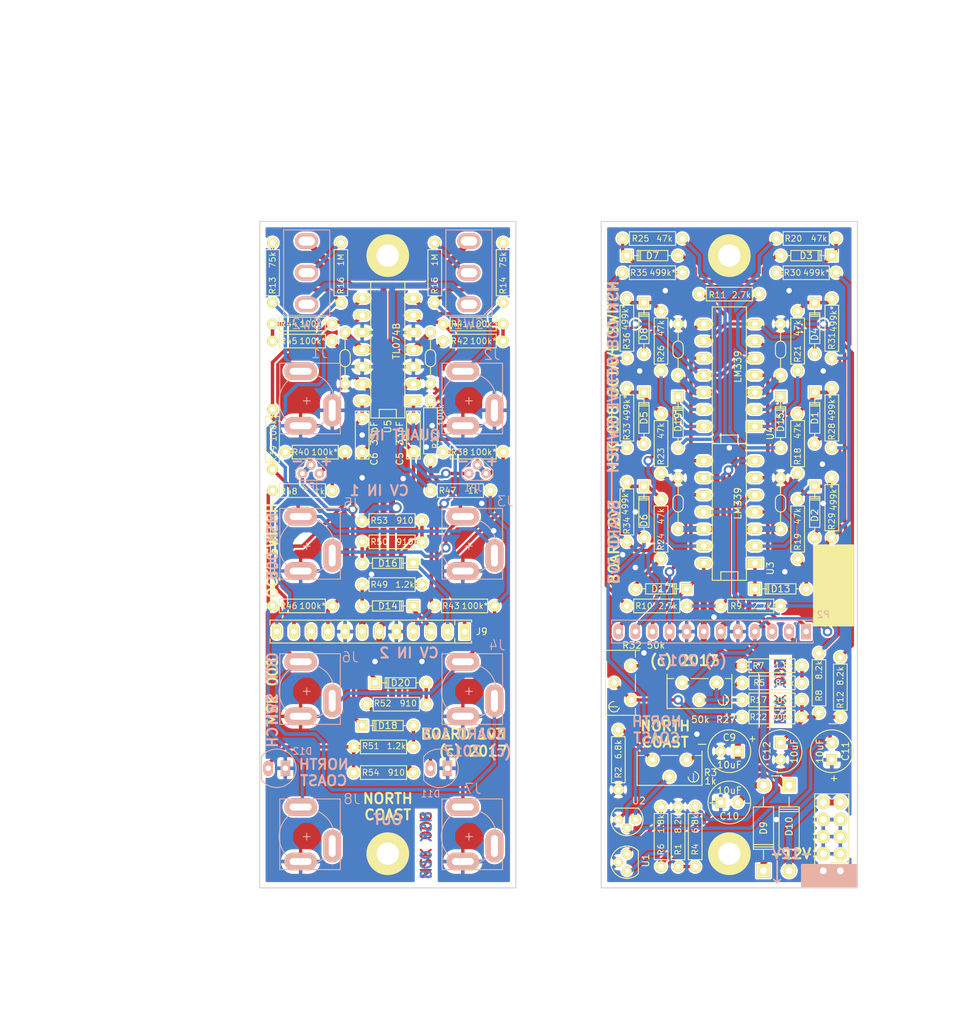
<source format=kicad_pcb>
(kicad_pcb (version 20211014) (generator pcbnew)
  (title_block (title "MSK 008 Octave switch") (comment 1 "$Id: octave-switch.kicad_pcb 10122 2022-06-03 01:43:44Z mskala $"))
  (layers (0 "F.Cu" signal) (31 "B.Cu" signal) (34 "B.Paste" user) (35 "F.Paste" user) (36 "B.SilkS" user "B.Silkscreen") (37 "F.SilkS" user "F.Silkscreen") (38 "B.Mask" user) (39 "F.Mask" user) (44 "Edge.Cuts" user))
  (net 0 "")
  (net 1 "GNDREF")
  (net 2 "+12V")
  (net 3 "-12V")
  (net 4 "Net-(C5-Pad2)")
  (net 5 "Net-(C6-Pad2)")
  (net 6 "Net-(D1-Pad2)")
  (net 7 "Net-(D2-Pad2)")
  (net 8 "Net-(D3-Pad2)")
  (net 9 "Net-(D4-Pad2)")
  (net 10 "Net-(D5-Pad2)")
  (net 11 "Net-(D6-Pad2)")
  (net 12 "Net-(D7-Pad2)")
  (net 13 "Net-(D8-Pad2)")
  (net 14 "Net-(D9-Pad2)")
  (net 15 "Net-(D10-Pad1)")
  (net 16 "Net-(J1-Pad1)")
  (net 17 "Net-(J2-Pad1)")
  (net 18 "Net-(J3-Pad1)")
  (net 19 "Net-(J4-Pad1)")
  (net 20 "Net-(R1-Pad1)")
  (net 21 "Net-(R2-Pad2)")
  (net 22 "Net-(R3-Pad2)")
  (net 23 "Net-(R3-Pad1)")
  (net 24 "Net-(R8-Pad2)")
  (net 25 "Net-(R10-Pad1)")
  (net 26 "Net-(R10-Pad2)")
  (net 27 "Net-(R11-Pad2)")
  (net 28 "Net-(R15-Pad2)")
  (net 29 "Net-(R16-Pad2)")
  (net 30 "Net-(R17-Pad2)")
  (net 31 "Net-(R18-Pad1)")
  (net 32 "Net-(R21-Pad1)")
  (net 33 "Net-(R22-Pad2)")
  (net 34 "Net-(R23-Pad1)")
  (net 35 "Net-(R26-Pad1)")
  (net 36 "Net-(R41-Pad2)")
  (net 37 "Net-(R44-Pad2)")
  (net 38 "/OUTA")
  (net 39 "/OUTB")
  (net 40 "/CVA")
  (net 41 "/CVB")
  (net 42 "Net-(J7-Pad1)")
  (net 43 "Net-(J8-Pad1)")
  (net 44 "Net-(D11-Pad1)")
  (net 45 "Net-(D12-Pad1)")
  (net 46 "Net-(C11-Pad2)")
  (net 47 "Net-(C12-Pad1)")
  (net 48 "Net-(D13-Pad1)")
  (net 49 "Net-(D14-Pad1)")
  (net 50 "Net-(D15-Pad1)")
  (net 51 "Net-(D16-Pad1)")
  (net 52 "Net-(D17-Pad1)")
  (net 53 "Net-(D18-Pad1)")
  (net 54 "Net-(D19-Pad1)")
  (net 55 "Net-(D20-Pad1)")
  (net 56 "/LEDAX")
  (net 57 "/LEDAY")
  (net 58 "/LEDBX")
  (net 59 "/LEDBY")
  (net 60 "Net-(JP1-Pad1)")
  (net 61 "Net-(JP1-Pad2)")
  (net 62 "Net-(JP2-Pad2)")
  (net 63 "Net-(JP2-Pad3)")
  (net 64 "Net-(J3-Pad2)")
  (net 65 "Net-(J4-Pad2)")
  (footprint "mskala:C3msk" (layer "F.Cu") (at 128.27 92.71 -90)
    (fp_text reference "C1" hide)
    (fp_text value "0.1uF" hide)
  )
  (footprint "mskala:C3msk" (layer "F.Cu") (at 76.2 71.12 90)
    (fp_text reference "C2" hide)
    (fp_text value "0.1uF" hide)
  )
  (footprint "mskala:C3msk" (layer "F.Cu") (at 113.03 69.85 -90)
    (fp_text reference "C3" hide)
    (fp_text value "0.1uF" hide)
  )
  (footprint "mskala:C3msk" (layer "F.Cu") (at 113.03 92.71 -90)
    (fp_text reference "C4" hide)
    (fp_text value "0.1uF" hide)
  )
  (footprint "mskala:C2msk" (layer "F.Cu") (at 73.66 82.55 90)
    (fp_text reference "C5")
    (fp_text value "33pF")
  )
  (footprint "mskala:C2msk" (layer "F.Cu") (at 66.04 82.55 90)
    (fp_text reference "C6")
    (fp_text value "33pF")
  )
  (footprint "mskala:C3msk" (layer "F.Cu") (at 128.27 69.85 90)
    (fp_text reference "C7" hide)
    (fp_text value "0.1uF" hide)
  )
  (footprint "mskala:C3msk" (layer "F.Cu") (at 63.5 71.12 -90)
    (fp_text reference "C8" hide)
    (fp_text value "0.1uF" hide)
  )
  (footprint "mskala:C1V7msk" (layer "F.Cu") (at 120.65 129.54 180)
    (fp_text reference "C9")
    (fp_text value "10uF")
  )
  (footprint "mskala:C1V7msk" (layer "F.Cu") (at 120.65 137.16)
    (fp_text reference "C10")
    (fp_text value "10uF")
  )
  (footprint "mskala:DO15msk" (layer "F.Cu") (at 125.73 140.97 -90)
    (fp_text reference "D9")
    (fp_text value "1N5818" hide)
  )
  (footprint "mskala:DO15msk" (layer "F.Cu") (at 129.54 140.97 90)
    (fp_text reference "D10")
    (fp_text value "1N5818" hide)
  )
  (footprint "mskala:MountingHole_M3" (layer "F.Cu") (at 69.85 55.88)
    (fp_text reference "H1" hide)
    (fp_text value "CONN_01X01" hide)
  )
  (footprint "mskala:MountingHole_M3" (layer "F.Cu") (at 69.85 144.78)
    (fp_text reference "H2" hide)
    (fp_text value "CONN_01X01" hide)
  )
  (footprint "mskala:MountingHole_M3" (layer "F.Cu") (at 120.65 55.88)
    (fp_text reference "H3" hide)
    (fp_text value "CONN_01X01" hide)
  )
  (footprint "mskala:MountingHole_M3" (layer "F.Cu") (at 120.65 144.78)
    (fp_text reference "H4" hide)
    (fp_text value "CONN_01X01" hide)
  )
  (footprint "mskala:2x05msk" (layer "F.Cu") (at 137.16 147.32 180)
    (fp_text reference "P1" hide)
    (fp_text value "CONN_02X05" hide)
  )
  (footprint "mskala:3296Ymsk" (layer "F.Cu") (at 114.3 130.81 90)
    (fp_text reference "R3")
    (fp_text value "1k")
  )
  (footprint "mskala:3296Ymsk" (layer "F.Cu") (at 118.745 119.38 90)
    (fp_text reference "R27")
    (fp_text value "50k")
  )
  (footprint "mskala:3296Ymsk" (layer "F.Cu") (at 106.045 121.92)
    (fp_text reference "R32")
    (fp_text value "50k")
  )
  (footprint "mskala:TO92msk" (layer "F.Cu") (at 105.41 147.32 90)
    (fp_text reference "U1")
    (fp_text value "TL431" hide)
  )
  (footprint "mskala:TO92msk" (layer "F.Cu") (at 106.68 139.7 180)
    (fp_text reference "U2")
    (fp_text value "TL431" hide)
  )
  (footprint "mskala:DIP14msk" (layer "F.Cu") (at 120.65 93.98 90)
    (fp_text reference "U3")
    (fp_text value "LM339")
  )
  (footprint "mskala:DIP14msk" (layer "F.Cu") (at 120.65 73.66 90)
    (fp_text reference "U4")
    (fp_text value "LM339")
  )
  (footprint "mskala:DIP14msk" (layer "F.Cu") (at 69.85 69.85 90)
    (fp_text reference "U5")
    (fp_text value "TL074B")
  )
  (footprint "mskala:C1V7msk" (layer "F.Cu") (at 135.89 129.54 90)
    (fp_text reference "C11")
    (fp_text value "10uF")
  )
  (footprint "mskala:C1V7msk" (layer "F.Cu") (at 128.27 129.54 -90)
    (fp_text reference "C12")
    (fp_text value "10uF")
  )
  (footprint "mskala:SIP12msk" (layer "F.Cu") (at 67.31 111.76 180)
    (fp_text reference "J9")
    (fp_text value "CONN_01X12" hide)
  )
  (footprint "mskala:DO35_3msk" (layer "F.Cu") (at 133.35 80.01 90)
    (fp_text reference "D1")
    (fp_text value "1N4148" hide)
  )
  (footprint "mskala:DO35_3msk" (layer "F.Cu") (at 133.35 93.98 90)
    (fp_text reference "D2")
    (fp_text value "1N4148" hide)
  )
  (footprint "mskala:DO35_3msk" (layer "F.Cu") (at 132.08 55.88)
    (fp_text reference "D3")
    (fp_text value "1N4148" hide)
  )
  (footprint "mskala:DO35_3msk" (layer "F.Cu") (at 133.35 66.675 90)
    (fp_text reference "D4")
    (fp_text value "1N4148" hide)
  )
  (footprint "mskala:DO35_3msk" (layer "F.Cu") (at 107.95 80.01 90)
    (fp_text reference "D5")
    (fp_text value "1N4148" hide)
  )
  (footprint "mskala:DO35_3msk" (layer "F.Cu") (at 107.95 93.98 90)
    (fp_text reference "D6")
    (fp_text value "1N4148" hide)
  )
  (footprint "mskala:DO35_3msk" (layer "F.Cu") (at 109.22 55.88 180)
    (fp_text reference "D7")
    (fp_text value "1N4148" hide)
  )
  (footprint "mskala:DO35_3msk" (layer "F.Cu") (at 107.95 66.675 90)
    (fp_text reference "D8")
    (fp_text value "1N4148" hide)
  )
  (footprint "mskala:DO35_3msk" (layer "F.Cu") (at 128.27 105.41 180)
    (fp_text reference "D13")
    (fp_text value "1N4148" hide)
  )
  (footprint "mskala:DO35_3msk" (layer "F.Cu") (at 69.85 107.95)
    (fp_text reference "D14")
    (fp_text value "1N4148" hide)
  )
  (footprint "mskala:DO35_3msk" (layer "F.Cu") (at 128.27 80.645 90)
    (fp_text reference "D15")
    (fp_text value "1N4148" hide)
  )
  (footprint "mskala:DO35_3msk" (layer "F.Cu") (at 69.85 101.6)
    (fp_text reference "D16")
    (fp_text value "1N4148" hide)
  )
  (footprint "mskala:DO35_3msk" (layer "F.Cu") (at 110.49 105.41)
    (fp_text reference "D17")
    (fp_text value "1N4148" hide)
  )
  (footprint "mskala:DO35_3msk" (layer "F.Cu") (at 69.85 125.73 180)
    (fp_text reference "D18")
    (fp_text value "1N4148" hide)
  )
  (footprint "mskala:DO35_3msk" (layer "F.Cu") (at 113.03 80.645 90)
    (fp_text reference "D19")
    (fp_text value "1N4148" hide)
  )
  (footprint "mskala:DO35_3msk" (layer "F.Cu") (at 71.755 119.38 180)
    (fp_text reference "D20")
    (fp_text value "1N4148" hide)
  )
  (footprint "mskala:R35valmsk" (layer "F.Cu") (at 113.03 142.24 90)
    (fp_text reference "R1")
    (fp_text value "8.2k")
  )
  (footprint "mskala:R35valmsk" (layer "F.Cu") (at 104.14 130.81 90)
    (fp_text reference "R2")
    (fp_text value "6.8k")
  )
  (footprint "mskala:R35valmsk" (layer "F.Cu") (at 115.57 142.24 90)
    (fp_text reference "R4")
    (fp_text value "6.8k")
  )
  (footprint "mskala:R35valmsk" (layer "F.Cu") (at 127 119.38)
    (fp_text reference "R5")
    (fp_text value "8.2k")
  )
  (footprint "mskala:R35valmsk" (layer "F.Cu") (at 110.49 142.24 90)
    (fp_text reference "R6")
    (fp_text value "1.8k")
  )
  (footprint "mskala:R35valmsk" (layer "F.Cu") (at 127 116.84 180)
    (fp_text reference "R7")
    (fp_text value "1.8k")
  )
  (footprint "mskala:R35valmsk" (layer "F.Cu") (at 133.985 119.38 90)
    (fp_text reference "R8")
    (fp_text value "8.2k")
  )
  (footprint "mskala:R35valmsk" (layer "F.Cu") (at 123.825 107.95 180)
    (fp_text reference "R9")
    (fp_text value "2.7k")
  )
  (footprint "mskala:R35valmsk" (layer "F.Cu") (at 109.855 107.95 180)
    (fp_text reference "R10")
    (fp_text value "2.7k")
  )
  (footprint "mskala:R35valmsk" (layer "F.Cu") (at 120.65 61.595 180)
    (fp_text reference "R11")
    (fp_text value "2.7k")
  )
  (footprint "mskala:R35valmsk" (layer "F.Cu") (at 137.16 120.015 -90)
    (fp_text reference "R12")
    (fp_text value "8.2k")
  )
  (footprint "mskala:R35valmsk" (layer "F.Cu") (at 52.705 58.42 90)
    (fp_text reference "R13")
    (fp_text value "75k")
  )
  (footprint "mskala:R35valmsk" (layer "F.Cu") (at 86.995 58.42 90)
    (fp_text reference "R14")
    (fp_text value "75k")
  )
  (footprint "mskala:R35valmsk" (layer "F.Cu") (at 76.835 58.42 90)
    (fp_text reference "R15")
    (fp_text value "1M")
  )
  (footprint "mskala:R35valmsk" (layer "F.Cu") (at 62.865 58.42 90)
    (fp_text reference "R16")
    (fp_text value "1M")
  )
  (footprint "mskala:R35valmsk" (layer "F.Cu") (at 127 121.92 180)
    (fp_text reference "R17")
    (fp_text value "200k")
  )
  (footprint "mskala:R35valmsk" (layer "F.Cu") (at 130.81 83.82 90)
    (fp_text reference "R18")
    (fp_text value "47k")
  )
  (footprint "mskala:R35valmsk" (layer "F.Cu") (at 130.81 96.52 90)
    (fp_text reference "R19")
    (fp_text value "47k")
  )
  (footprint "mskala:R35valmsk" (layer "F.Cu") (at 132.08 53.34)
    (fp_text reference "R20")
    (fp_text value "47k")
  )
  (footprint "mskala:R35valmsk" (layer "F.Cu") (at 130.81 68.58 90)
    (fp_text reference "R21")
    (fp_text value "47k")
  )
  (footprint "mskala:R35valmsk" (layer "F.Cu") (at 127 124.46 180)
    (fp_text reference "R22")
    (fp_text value "200k")
  )
  (footprint "mskala:R35valmsk" (layer "F.Cu") (at 110.49 83.82 90)
    (fp_text reference "R23")
    (fp_text value "47k")
  )
  (footprint "mskala:R35valmsk" (layer "F.Cu") (at 110.49 96.52 90)
    (fp_text reference "R24")
    (fp_text value "47k")
  )
  (footprint "mskala:R35valmsk" (layer "F.Cu") (at 109.22 53.34 180)
    (fp_text reference "R25")
    (fp_text value "47k")
  )
  (footprint "mskala:R35valmsk" (layer "F.Cu") (at 110.49 68.58 90)
    (fp_text reference "R26")
    (fp_text value "47k")
  )
  (footprint "mskala:R35valmsk" (layer "F.Cu") (at 135.89 80.01 -90)
    (fp_text reference "R28")
    (fp_text value "499k*")
  )
  (footprint "mskala:R35valmsk" (layer "F.Cu") (at 135.89 93.345 -90)
    (fp_text reference "R29")
    (fp_text value "499k*")
  )
  (footprint "mskala:R35valmsk" (layer "F.Cu") (at 132.08 58.42)
    (fp_text reference "R30")
    (fp_text value "499k*")
  )
  (footprint "mskala:R35valmsk" (layer "F.Cu") (at 135.89 66.675 -90)
    (fp_text reference "R31")
    (fp_text value "499k*")
  )
  (footprint "mskala:R35valmsk" (layer "F.Cu") (at 105.41 80.01 -90)
    (fp_text reference "R33")
    (fp_text value "499k*")
  )
  (footprint "mskala:R35valmsk" (layer "F.Cu") (at 105.41 93.98 -90)
    (fp_text reference "R34")
    (fp_text value "499k*")
  )
  (footprint "mskala:R35valmsk" (layer "F.Cu") (at 109.22 58.42 180)
    (fp_text reference "R35")
    (fp_text value "499k*")
  )
  (footprint "mskala:R35valmsk" (layer "F.Cu") (at 105.41 66.675 -90)
    (fp_text reference "R36")
    (fp_text value "499k*")
  )
  (footprint "mskala:R35valmsk" (layer "F.Cu") (at 76.2 81.915 90)
    (fp_text reference "R37")
    (fp_text value "100k*")
  )
  (footprint "mskala:R35valmsk" (layer "F.Cu") (at 82.55 85.09 180)
    (fp_text reference "R38")
    (fp_text value "100k*")
  )
  (footprint "mskala:R35valmsk" (layer "F.Cu") (at 52.705 83.185 90)
    (fp_text reference "R39")
    (fp_text value "100k*")
  )
  (footprint "mskala:R35valmsk" (layer "F.Cu") (at 59.055 85.09 180)
    (fp_text reference "R40")
    (fp_text value "100k*")
  )
  (footprint "mskala:R35valmsk" (layer "F.Cu") (at 82.55 66.04)
    (fp_text reference "R41")
    (fp_text value "100k*")
  )
  (footprint "mskala:R35valmsk" (layer "F.Cu") (at 82.55 68.58)
    (fp_text reference "R42")
    (fp_text value "100k*")
  )
  (footprint "mskala:R35valmsk" (layer "F.Cu") (at 81.28 107.95)
    (fp_text reference "R43")
    (fp_text value "100k*")
  )
  (footprint "mskala:R35valmsk" (layer "F.Cu") (at 57.15 66.04 180)
    (fp_text reference "R44")
    (fp_text value "100k*")
  )
  (footprint "mskala:R35valmsk" (layer "F.Cu") (at 57.15 68.58 180)
    (fp_text reference "R45")
    (fp_text value "100k*")
  )
  (footprint "mskala:R35valmsk" (layer "F.Cu") (at 57.15 107.95 180)
    (fp_text reference "R46")
    (fp_text value "100k*")
  )
  (footprint "mskala:R35valmsk" (layer "F.Cu") (at 80.645 90.805)
    (fp_text reference "R47")
    (fp_text value "1k")
  )
  (footprint "mskala:R35valmsk" (layer "F.Cu") (at 57.15 90.805 180)
    (fp_text reference "R48")
    (fp_text value "1k")
  )
  (footprint "mskala:R35valmsk" (layer "F.Cu") (at 70.485 104.775)
    (fp_text reference "R49")
    (fp_text value "1.2k")
  )
  (footprint "mskala:R35valmsk" (layer "F.Cu") (at 70.485 98.425)
    (fp_text reference "R50")
    (fp_text value "910")
  )
  (footprint "mskala:R35valmsk" (layer "F.Cu") (at 69.215 128.905 180)
    (fp_text reference "R51")
    (fp_text value "1.2k")
  )
  (footprint "mskala:R35valmsk" (layer "F.Cu") (at 71.12 122.555 180)
    (fp_text reference "R52")
    (fp_text value "910")
  )
  (footprint "mskala:R35valmsk" (layer "F.Cu") (at 70.485 95.25 180)
    (fp_text reference "R53")
    (fp_text value "910")
  )
  (footprint "mskala:R35valmsk" (layer "F.Cu") (at 69.215 132.715)
    (fp_text reference "R54")
    (fp_text value "910")
  )
  (footprint "mskala:mono_jack_slotted" (layer "B.Cu") (at 57.785 77.47 180)
    (fp_text reference "J1")
    (fp_text value "JACK_2P" hide)
  )
  (footprint "mskala:mono_jack_slotted" (layer "B.Cu") (at 81.915 77.47 180)
    (fp_text reference "J2")
    (fp_text value "JACK_2P" hide)
  )
  (footprint "mskala:mono_jack_slotted" (layer "B.Cu") (at 81.915 99.06 180)
    (fp_text reference "J3")
    (fp_text value "JACK_2P" hide)
  )
  (footprint "mskala:mono_jack_slotted" (layer "B.Cu") (at 81.915 120.65 180)
    (fp_text reference "J4")
    (fp_text value "JACK_2P" hide)
  )
  (footprint "mskala:mono_jack_slotted" (layer "B.Cu") (at 57.785 99.06 180)
    (fp_text reference "J5")
    (fp_text value "JACK_2P" hide)
  )
  (footprint "mskala:mono_jack_slotted" (layer "B.Cu") (at 57.785 120.65 180)
    (fp_text reference "J6")
    (fp_text value "JACK_2P" hide)
  )
  (footprint "mskala:mono_jack_slotted" (layer "B.Cu") (at 81.915 142.24 180)
    (fp_text reference "J7")
    (fp_text value "JACK_2P" hide)
  )
  (footprint "mskala:mono_jack_slotted" (layer "B.Cu") (at 57.785 142.24 180)
    (fp_text reference "J8")
    (fp_text value "JACK_2P" hide)
  )
  (footprint "mskala:LEDmsk" (layer "B.Cu") (at 77.47 132.08 180)
    (fp_text reference "D11")
    (fp_text value "MCL056PURGW" hide)
  )
  (footprint "mskala:LEDmsk" (layer "B.Cu") (at 53.34 132.08 180)
    (fp_text reference "D12")
    (fp_text value "MCL056PURGW" hide)
  )
  (footprint "mskala:ESwitch100SP" (layer "B.Cu") (at 81.915 58.42 180)
    (fp_text reference "SW1")
    (fp_text value "100SP3T1B1M1QEH" hide)
  )
  (footprint "mskala:ESwitch100SP" (layer "B.Cu") (at 57.785 58.42 180)
    (fp_text reference "SW2")
    (fp_text value "100SP3T1B1M1QEH" hide)
  )
  (footprint "mskala:SIP12msk" (layer "B.Cu") (at 118.11 111.76 180)
    (fp_text reference "P2")
    (fp_text value "CONN_01X12" hide)
  )
  (footprint "mskala:SPDTjleft" (layer "B.Cu") (at 84.455 88.265 180)
    (fp_text reference "JP1")
    (fp_text value "SWITCH_INV" hide)
  )
  (footprint "mskala:SPDTjright" (layer "B.Cu") (at 59.69 88.265 180)
    (fp_text reference "JP2")
    (fp_text value "SWITCH_INV" hide)
  )
  (gr_line (start 127.762 149.098) (end 128.27 148.59) (layer "B.SilkS") (width 0.2))
  (gr_line (start 127.762 145.796) (end 127.762 149.098) (layer "B.SilkS") (width 0.2))
  (gr_line (start 127.762 149.098) (end 127.254 148.59) (layer "B.SilkS") (width 0.2))
  (gr_line (start 128.27 148.59) (end 127.762 149.098) (layer "F.SilkS") (width 0.2))
  (gr_line (start 127.254 148.59) (end 127.762 149.098) (layer "F.SilkS") (width 0.2))
  (gr_line (start 127.762 145.796) (end 127.762 149.098) (layer "F.SilkS") (width 0.2))
  (gr_line (start 88.9 50.8) (end 88.9 149.86) (layer "Edge.Cuts") (width 0.15))
  (gr_line (start 139.7 50.8) (end 139.7 149.86) (layer "Edge.Cuts") (width 0.15))
  (gr_line (start 101.6 50.8) (end 101.6 149.86) (layer "Edge.Cuts") (width 0.15))
  (gr_line (start 50.8 149.86) (end 50.8 50.8) (layer "Edge.Cuts") (width 0.15))
  (gr_line (start 50.8 50.8) (end 88.9 50.8) (layer "Edge.Cuts") (width 0.15))
  (gr_line (start 101.6 50.8) (end 139.7 50.8) (layer "Edge.Cuts") (width 0.15))
  (gr_line (start 88.9 149.86) (end 50.8 149.86) (layer "Edge.Cuts") (width 0.15))
  (gr_line (start 139.7 149.86) (end 101.6 149.86) (layer "Edge.Cuts") (width 0.15))
  (gr_text "MSK 008" (at 75.565 143.51 90) (layer "F.Cu") (effects (font (size 1.5 1.5) (thickness 0.3))))
  (gr_text "MSK 008" (at 128.27 120.65 90) (layer "F.Cu") (effects (font (size 1.5 1.5) (thickness 0.3))))
  (gr_text "MSK 008" (at 128.27 120.65 90) (layer "B.Cu") (effects (font (size 1.5 1.5) (thickness 0.3)) (justify mirror)))
  (gr_text "MSK 008" (at 75.565 143.51 90) (layer "B.Cu") (effects (font (size 1.5 1.5) (thickness 0.3)) (justify mirror)))
  (gr_text "+" (at 60.706 86.36) (layer "B.SilkS") (effects (font (size 1.5 1.5) (thickness 0.3)) (justify mirror)))
  (gr_text "-" (at 56.388 86.36) (layer "B.SilkS") (effects (font (size 1.5 1.5) (thickness 0.3)) (justify mirror)))
  (gr_text "OCT. SWITCH" (at 52.705 121.92 90) (layer "B.SilkS") (effects (font (size 1.5 1.5) (thickness 0.3)) (justify mirror)))
  (gr_text "NORTH\nCOAST" (at 60.325 132.715) (layer "B.SilkS") (effects (font (size 1.5 1.5) (thickness 0.3)) (justify mirror)))
  (gr_text "OUT" (at 69.85 139.7) (layer "B.SilkS") (effects (font (size 1.5 1.5) (thickness 0.3)) (justify mirror)))
  (gr_text "-" (at 81.026 86.36) (layer "B.SilkS") (effects (font (size 1.5 1.5) (thickness 0.3)) (justify mirror)))
  (gr_text "-12V" (at 130.048 144.78) (layer "B.SilkS") (effects (font (size 1.5 1.5) (thickness 0.3)) (justify mirror)))
  (gr_text "+" (at 85.344 86.36) (layer "B.SilkS") (effects (font (size 1.5 1.5) (thickness 0.3)) (justify mirror)))
  (gr_text "CV IN 1" (at 68.58 90.805) (layer "B.SilkS") (effects (font (size 1.5 1.5) (thickness 0.3)) (justify mirror)))
  (gr_text "(c) 2017" (at 115.189 116.078) (layer "B.SilkS") (effects (font (size 1.5 1.5) (thickness 0.3)) (justify mirror)))
  (gr_text "CV IN 2" (at 73.025 114.935) (layer "B.SilkS") (effects (font (size 1.5 1.5) (thickness 0.3)) (justify mirror)))
  (gr_text "NORTH\nCOAST" (at 109.855 126.365) (layer "B.SilkS") (effects (font (size 1.5 1.5) (thickness 0.3)) (justify mirror)))
  (gr_text "MSK 008" (at 52.705 99.06 90) (layer "B.SilkS") (effects (font (size 1.5 1.5) (thickness 0.3)) (justify mirror)))
  (gr_text "BOARD 1v3" (at 81.28 127) (layer "B.SilkS") (effects (font (size 1.5 1.5) (thickness 0.3)) (justify mirror)))
  (gr_text "(c) 2017" (at 83.185 129.54) (layer "B.SilkS") (effects (font (size 1.5 1.5) (thickness 0.3)) (justify mirror)))
  (gr_text "BOARD 2v3" (at 103.505 98.425 90) (layer "B.SilkS") (effects (font (size 1.5 1.5) (thickness 0.3)) (justify mirror)))
  (gr_text "MSK 008 OCTAVE SWITCH" (at 103.378 73.914 90) (layer "B.SilkS") (effects (font (size 1.5 1.5) (thickness 0.3)) (justify mirror)))
  (gr_text "QUANT IN" (at 72.39 82.55) (layer "B.SilkS") (effects (font (size 1.5 1.5) (thickness 0.3)) (justify mirror)))
  (gr_text "NORTH\nCOAST" (at 69.85 137.795) (layer "F.SilkS") (effects (font (size 1.5 1.5) (thickness 0.3))))
  (gr_text "NORTH\nCOAST" (at 111.125 127) (layer "F.SilkS") (effects (font (size 1.5 1.5) (thickness 0.3))))
  (gr_text "-12V" (at 129.794 144.78) (layer "F.SilkS") (effects (font (size 1.5 1.5) (thickness 0.3))))
  (gr_text "MSK 008 OCTAVE SWITCH" (at 103.378 73.914 90) (layer "F.SilkS") (effects (font (size 1.5 1.5) (thickness 0.3))))
  (gr_text "MSK 008" (at 52.705 120.65 90) (layer "F.SilkS") (effects (font (size 1.5 1.5) (thickness 0.3))))
  (gr_text "(c) 2017" (at 113.919 116.078) (layer "F.SilkS") (effects (font (size 1.5 1.5) (thickness 0.3))))
  (gr_text "OCT. SWITCH" (at 52.705 99.695 90) (layer "F.SilkS") (effects (font (size 1.5 1.5) (thickness 0.3))))
  (gr_text "BOARD 2v3" (at 103.505 98.425 90) (layer "F.SilkS") (effects (font (size 1.5 1.5) (thickness 0.3))))
  (gr_text "BOARD 1v3" (at 81.026 127) (layer "F.SilkS") (effects (font (size 1.5 1.5) (thickness 0.3))))
  (gr_text "(c) 2017" (at 82.55 129.54) (layer "F.SilkS") (effects (font (size 1.5 1.5) (thickness 0.3))))
  (segment (start 76.471 81.17) (end 76.454 81.153) (width 0.508) (layer "F.Cu") (net 1))
  (via (at 118.364 109.601) (size 1.4224) (drill 0.8128) (layers "F.Cu" "B.Cu") (net 1))
  (via (at 67.945 116.205) (size 1.4224) (drill 0.8128) (layers "F.Cu" "B.Cu") (net 1))
  (via (at 134.493 86.868) (size 1.4224) (drill 0.8128) (layers "F.Cu" "B.Cu") (net 1))
  (via (at 85.598 96.774) (size 1.4224) (drill 0.8128) (layers "F.Cu" "B.Cu") (net 1))
  (via (at 111.125 61.087) (size 1.4224) (drill 0.8128) (layers "F.Cu" "B.Cu") (net 1))
  (via (at 106.68 93.98) (size 1.4224) (drill 0.8128) (layers "F.Cu" "B.Cu") (net 1))
  (via (at 107.315 73.025) (size 1.4224) (drill 0.8128) (layers "F.Cu" "B.Cu") (net 1))
  (via (at 128.905 102.87) (size 1.4224) (drill 0.8128) (layers "F.Cu" "B.Cu") (net 1))
  (via (at 76.454 81.153) (size 1.4224) (drill 0.8128) (layers "F.Cu" "B.Cu") (net 1))
  (via (at 66.04 82.55) (size 1.4224) (drill 0.8128) (layers "F.Cu" "B.Cu") (net 1))
  (via (at 106.68 102.235) (size 1.4224) (drill 0.8128) (layers "F.Cu" "B.Cu") (net 1))
  (via (at 72.136 89.027) (size 1.4224) (drill 0.8128) (layers "F.Cu" "B.Cu") (net 1))
  (via (at 66.04 88.9) (size 1.4224) (drill 0.8128) (layers "F.Cu" "B.Cu") (net 1))
  (via (at 129.54 61.087) (size 1.4224) (drill 0.8128) (layers "F.Cu" "B.Cu") (net 1))
  (via (at 75.565 84.328) (size 1.4224) (drill 0.8128) (layers "F.Cu" "B.Cu") (net 1))
  (via (at 67.437 103.251) (size 1.4224) (drill 0.8128) (layers "F.Cu" "B.Cu") (net 1))
  (via (at 134.62 92.71) (size 1.4224) (drill 0.8128) (layers "F.Cu" "B.Cu") (net 1))
  (via (at 120.65 84.455) (size 1.4224) (drill 0.8128) (layers "F.Cu" "B.Cu") (net 1))
  (via (at 107.95 114.935) (size 1.4224) (drill 0.8128) (layers "F.Cu" "B.Cu") (net 1))
  (via (at 134.62 73.025) (size 1.4224) (drill 0.8128) (layers "F.Cu" "B.Cu") (net 1))
  (via (at 127.635 139.7) (size 1.4224) (drill 0.8128) (layers "F.Cu" "B.Cu") (net 1))
  (via (at 83.82 92.71) (size 1.4224) (drill 0.8128) (layers "F.Cu" "B.Cu") (net 1))
  (via (at 74.93 116.205) (size 1.4224) (drill 0.8128) (layers "F.Cu" "B.Cu") (net 1))
  (via (at 115.824 127) (size 1.4224) (drill 0.8128) (layers "F.Cu" "B.Cu") (net 1))
  (via (at 104.775 100.33) (size 1.4224) (drill 0.8128) (layers "F.Cu" "B.Cu") (net 1))
  (segment (start 134.366 86.741) (end 134.493 86.868) (width 0.508) (layer "B.Cu") (net 1))
  (segment (start 84.074 92.964) (end 83.82 92.71) (width 0.508) (layer "B.Cu") (net 1))
  (segment (start 68.58 111.125) (end 70.485 109.22) (width 0.889) (layer "F.Cu") (net 2))
  (segment (start 70.485 71.755) (end 70.485 93.345) (width 0.889) (layer "F.Cu") (net 2))
  (segment (start 72.39 69.85) (end 70.485 71.755) (width 0.889) (layer "F.Cu") (net 2))
  (segment (start 68.58 113.665) (end 70.485 115.57) (width 0.889) (layer "F.Cu") (net 2))
  (segment (start 70.485 115.57) (end 70.485 129.54) (width 0.889) (layer "F.Cu") (net 2))
  (segment (start 70.485 129.54) (end 73.66 132.715) (width 0.889) (layer "F.Cu") (net 2))
  (segment (start 123.19 76.2) (end 122.555 76.835) (width 0.889) (layer "F.Cu") (net 2))
  (segment (start 122.555 76.835) (end 122.555 96.52) (width 0.889) (layer "F.Cu") (net 2))
  (segment (start 122.555 107.95) (end 119.38 111.125) (width 0.889) (layer "F.Cu") (net 2))
  (segment (start 122.555 96.52) (end 122.555 107.95) (width 0.889) (layer "F.Cu") (net 2))
  (segment (start 119.38 113.03) (end 120.65 114.3) (width 0.889) (layer "F.Cu") (net 2))
  (segment (start 120.65 114.3) (end 123.19 114.3) (width 0.889) (layer "F.Cu") (net 2))
  (segment (start 123.19 114.3) (end 124.46 115.57) (width 0.889) (layer "F.Cu") (net 2))
  (segment (start 124.46 115.57) (end 124.46 125.73) (width 0.889) (layer "F.Cu") (net 2))
  (segment (start 124.46 125.73) (end 121.92 128.27) (width 0.889) (layer "F.Cu") (net 2))
  (segment (start 121.92 128.27) (end 121.92 129.54) (width 0.889) (layer "F.Cu") (net 2))
  (segment (start 128.905 134.62) (end 126.365 132.08) (width 0.889) (layer "F.Cu") (net 2))
  (segment (start 126.365 132.08) (end 123.19 132.08) (width 0.889) (layer "F.Cu") (net 2))
  (segment (start 123.19 132.08) (end 121.92 130.81) (width 0.889) (layer "F.Cu") (net 2))
  (segment (start 121.92 130.81) (end 121.92 130.175) (width 0.889) (layer "F.Cu") (net 2))
  (segment (start 121.92 130.175) (end 121.92 129.54) (width 0.889) (layer "F.Cu") (net 2))
  (segment (start 117.475 135.255) (end 117.475 139.065) (width 0.889) (layer "F.Cu") (net 2))
  (segment (start 117.475 139.065) (end 110.49 146.05) (width 0.889) (layer "F.Cu") (net 2))
  (segment (start 110.49 146.05) (end 110.49 146.685) (width 0.889) (layer "F.Cu") (net 2))
  (segment (start 71.12 93.345) (end 70.485 93.345) (width 0.889) (layer "F.Cu") (net 2))
  (segment (start 70.485 93.345) (end 70.485 109.22) (width 0.889) (layer "F.Cu") (net 2))
  (segment (start 124.46 76.2) (end 123.19 76.2) (width 0.889) (layer "F.Cu") (net 2))
  (segment (start 73.66 69.85) (end 72.39 69.85) (width 0.889) (layer "F.Cu") (net 2))
  (segment (start 121.92 130.81) (end 117.475 135.255) (width 0.889) (layer "F.Cu") (net 2))
  (segment (start 129.54 134.62) (end 128.905 134.62) (width 0.889) (layer "F.Cu") (net 2))
  (segment (start 76.2 67.31) (end 73.66 69.85) (width 0.889) (layer "F.Cu") (net 2))
  (segment (start 119.38 111.76) (end 119.38 113.03) (width 0.889) (layer "F.Cu") (net 2))
  (segment (start 124.46 96.52) (end 122.555 96.52) (width 0.889) (layer "F.Cu") (net 2))
  (segment (start 68.58 111.76) (end 68.58 113.665) (width 0.889) (layer "F.Cu") (net 2))
  (via (at 71.12 93.345) (size 1.6256) (drill 1.016) (layers "F.Cu" "B.Cu") (net 2))
  (segment (start 60.58 60.325) (end 70.485 60.325) (width 0.889) (layer "B.Cu") (net 2))
  (segment (start 79.375 60.325) (end 81.915 62.865) (width 0.889) (layer "B.Cu") (net 2))
  (segment (start 72.39 69.85) (end 70.485 67.945) (width 0.889) (layer "B.Cu") (net 2))
  (segment (start 70.485 67.945) (end 70.485 60.325) (width 0.889) (layer "B.Cu") (net 2))
  (segment (start 70.485 60.325) (end 79.375 60.325) (width 0.889) (layer "B.Cu") (net 2))
  (segment (start 125.73 76.2) (end 128.27 73.66) (width 0.889) (layer "B.Cu") (net 2))
  (segment (start 67.945 93.345) (end 71.12 93.345) (width 0.889) (layer "B.Cu") (net 2))
  (segment (start 73.66 69.85) (end 72.39 69.85) (width 0.889) (layer "B.Cu") (net 2))
  (segment (start 124.46 96.52) (end 128.27 96.52) (width 0.889) (layer "B.Cu") (net 2))
  (segment (start 57.785 63.12) (end 60.58 60.325) (width 0.889) (layer "B.Cu") (net 2))
  (segment (start 124.46 76.2) (end 125.73 76.2) (width 0.889) (layer "B.Cu") (net 2))
  (segment (start 66.04 95.25) (end 67.945 93.345) (width 0.889) (layer "B.Cu") (net 2))
  (segment (start 66.04 110.49) (end 69.215 107.315) (width 0.889) (layer "F.Cu") (net 3))
  (segment (start 64.39 60.325) (end 69.215 60.325) (width 0.889) (layer "F.Cu") (net 3))
  (segment (start 75.565 60.325) (end 81.915 53.975) (width 0.889) (layer "F.Cu") (net 3))
  (segment (start 69.215 69.85) (end 69.215 60.325) (width 0.889) (layer "F.Cu") (net 3))
  (segment (start 69.215 60.325) (end 75.565 60.325) (width 0.889) (layer "F.Cu") (net 3))
  (segment (start 118.11 76.2) (end 118.745 76.835) (width 0.889) (layer "F.Cu") (net 3))
  (segment (start 118.745 76.835) (end 118.745 96.52) (width 0.889) (layer "F.Cu") (net 3))
  (segment (start 118.745 104.775) (end 116.84 106.68) (width 0.889) (layer "F.Cu") (net 3))
  (segment (start 116.84 106.68) (end 116.84 111.76) (width 0.889) (layer "F.Cu") (net 3))
  (segment (start 118.745 96.52) (end 118.745 104.775) (width 0.889) (layer "F.Cu") (net 3))
  (segment (start 116.84 114.935) (end 118.745 116.84) (width 0.889) (layer "F.Cu") (net 3))
  (segment (start 118.745 116.84) (end 122.555 116.84) (width 0.889) (layer "F.Cu") (net 3))
  (segment (start 124.46 134.62) (end 125.73 134.62) (width 0.889) (layer "F.Cu") (net 3))
  (segment (start 116.84 111.76) (end 116.84 114.935) (width 0.889) (layer "F.Cu") (net 3))
  (segment (start 121.92 137.16) (end 124.46 134.62) (width 0.889) (layer "F.Cu") (net 3))
  (segment (start 63.5 67.31) (end 66.04 69.85) (width 0.889) (layer "F.Cu") (net 3))
  (segment (start 66.04 111.76) (end 66.04 110.49) (width 0.889) (layer "F.Cu") (net 3))
  (segment (start 116.84 96.52) (end 118.745 96.52) (width 0.889) (layer "F.Cu") (net 3))
  (segment (start 69.215 69.85) (end 69.215 107.315) (width 0.889) (layer "F.Cu") (net 3))
  (segment (start 66.04 69.85) (end 69.215 69.85) (width 0.889) (layer "F.Cu") (net 3))
  (segment (start 116.84 76.2) (end 118.11 76.2) (width 0.889) (layer "F.Cu") (net 3))
  (segment (start 57.785 53.72) (end 64.39 60.325) (width 0.889) (layer "F.Cu") (net 3))
  (segment (start 115.57 76.2) (end 113.03 73.66) (width 0.889) (layer "B.Cu") (net 3))
  (segment (start 125.73 118.11) (end 124.46 116.84) (width 0.889) (layer "B.Cu") (net 3))
  (segment (start 124.46 116.84) (end 122.555 116.84) (width 0.889) (layer "B.Cu") (net 3))
  (segment (start 125.73 134.62) (end 125.73 118.11) (width 0.889) (layer "B.Cu") (net 3))
  (segment (start 113.03 96.52) (end 116.84 96.52) (width 0.889) (layer "B.Cu") (net 3))
  (segment (start 116.84 76.2) (end 115.57 76.2) (width 0.889) (layer "B.Cu") (net 3))
  (segment (start 73.66 77.47) (end 73.66 80.01) (width 0.508) (layer "F.Cu") (net 4))
  (segment (start 73.66 82.55) (end 71.755 84.455) (width 0.508) (layer "B.Cu") (net 4))
  (segment (start 71.755 84.455) (end 71.755 86.995) (width 0.508) (layer "B.Cu") (net 4))
  (segment (start 71.755 86.995) (end 72.39 87.63) (width 0.508) (layer "B.Cu") (net 4))
  (segment (start 72.39 87.63) (end 73.025 87.63) (width 0.508) (layer "B.Cu") (net 4))
  (segment (start 73.025 87.63) (end 76.2 90.805) (width 0.508) (layer "B.Cu") (net 4))
  (segment (start 73.66 80.01) (end 73.66 82.55) (width 0.508) (layer "B.Cu") (net 4))
  (segment (start 61.595 84.455) (end 66.04 80.01) (width 0.508) (layer "F.Cu") (net 5))
  (segment (start 66.04 77.47) (end 66.04 80.01) (width 0.508) (layer "F.Cu") (net 5))
  (segment (start 61.595 90.805) (end 61.595 84.455) (width 0.508) (layer "F.Cu") (net 5))
  (segment (start 135.255 76.2) (end 133.35 76.2) (width 0.508) (layer "F.Cu") (net 6))
  (segment (start 133.35 76.835) (end 130.81 79.375) (width 0.508) (layer "F.Cu") (net 6))
  (segment (start 133.35 76.2) (end 133.35 76.835) (width 0.508) (layer "F.Cu") (net 6))
  (segment (start 135.89 75.565) (end 135.255 76.2) (width 0.508) (layer "F.Cu") (net 6))
  (segment (start 135.255 90.17) (end 133.35 90.17) (width 0.508) (layer "F.Cu") (net 7))
  (segment (start 135.89 89.535) (end 135.255 90.17) (width 0.508) (layer "F.Cu") (net 7))
  (segment (start 132.715 90.17) (end 133.35 90.17) (width 0.508) (layer "B.Cu") (net 7))
  (segment (start 130.81 92.075) (end 132.715 90.17) (width 0.508) (layer "B.Cu") (net 7))
  (segment (start 136.525 55.245) (end 135.89 55.88) (width 0.508) (layer "F.Cu") (net 8))
  (segment (start 133.35 58.42) (end 127.635 58.42) (width 0.508) (layer "F.Cu") (net 8))
  (segment (start 135.89 55.88) (end 133.35 58.42) (width 0.508) (layer "F.Cu") (net 8))
  (segment (start 136.525 53.34) (end 136.525 55.245) (width 0.508) (layer "F.Cu") (net 8))
  (segment (start 135.255 62.865) (end 133.35 62.865) (width 0.508) (layer "F.Cu") (net 9))
  (segment (start 132.08 62.865) (end 130.81 64.135) (width 0.508) (layer "F.Cu") (net 9))
  (segment (start 133.35 62.865) (end 132.08 62.865) (width 0.508) (layer "F.Cu") (net 9))
  (segment (start 135.89 62.23) (end 135.255 62.865) (width 0.508) (layer "F.Cu") (net 9))
  (segment (start 106.045 76.2) (end 107.95 76.2) (width 0.508) (layer "F.Cu") (net 10))
  (segment (start 107.95 76.835) (end 110.49 79.375) (width 0.508) (layer "F.Cu") (net 10))
  (segment (start 107.95 76.2) (end 107.95 76.835) (width 0.508) (layer "F.Cu") (net 10))
  (segment (start 105.41 75.565) (end 106.045 76.2) (width 0.508) (layer "F.Cu") (net 10))
  (segment (start 106.045 90.17) (end 107.95 90.17) (width 0.508) (layer "F.Cu") (net 11))
  (segment (start 108.585 90.17) (end 110.49 92.075) (width 0.508) (layer "F.Cu") (net 11))
  (segment (start 105.41 89.535) (end 106.045 90.17) (width 0.508) (layer "F.Cu") (net 11))
  (segment (start 107.95 90.17) (end 108.585 90.17) (width 0.508) (layer "F.Cu") (net 11))
  (segment (start 104.775 55.245) (end 105.41 55.88) (width 0.508) (layer "F.Cu") (net 12))
  (segment (start 107.95 58.42) (end 113.665 58.42) (width 0.508) (layer "F.Cu") (net 12))
  (segment (start 104.775 53.34) (end 104.775 55.245) (width 0.508) (layer "F.Cu") (net 12))
  (segment (start 105.41 55.88) (end 107.95 58.42) (width 0.508) (layer "F.Cu") (net 12))
  (segment (start 106.045 62.865) (end 107.95 62.865) (width 0.508) (layer "F.Cu") (net 13))
  (segment (start 109.22 62.865) (end 110.49 64.135) (width 0.508) (layer "F.Cu") (net 13))
  (segment (start 107.95 62.865) (end 109.22 62.865) (width 0.508) (layer "F.Cu") (net 13))
  (segment (start 105.41 62.23) (end 106.045 62.865) (width 0.508) (layer "F.Cu") (net 13))
  (segment (start 125.73 146.05) (end 127 144.78) (width 0.889) (layer "F.Cu") (net 14))
  (segment (start 127 144.78) (end 130.81 144.78) (width 0.889) (layer "F.Cu") (net 14))
  (segment (start 130.81 144.78) (end 133.35 147.32) (width 0.889) (layer "F.Cu") (net 14))
  (segment (start 133.35 147.32) (end 134.62 147.32) (width 0.889) (layer "F.Cu") (net 14))
  (segment (start 125.73 147.32) (end 125.73 146.05) (width 0.889) (layer "F.Cu") (net 14))
  (segment (start 134.62 147.32) (end 137.16 147.32) (width 0.889) (layer "F.Cu") (net 14))
  (segment (start 134.62 137.16) (end 137.16 137.16) (width 0.889) (layer "F.Cu") (net 15))
  (segment (start 129.54 140.97) (end 133.35 137.16) (width 0.889) (layer "B.Cu") (net 15))
  (segment (start 133.35 137.16) (end 134.62 137.16) (width 0.889) (layer "B.Cu") (net 15))
  (segment (start 129.54 147.32) (end 129.54 140.97) (width 0.889) (layer "B.Cu") (net 15))
  (segment (start 54.61 64.77) (end 54.61 71.12) (width 0.508) (layer "B.Cu") (net 16))
  (segment (start 54.61 71.12) (end 56.515 73.025) (width 0.508) (layer "B.Cu") (net 16))
  (segment (start 52.705 62.865) (end 54.61 64.77) (width 0.508) (layer "B.Cu") (net 16))
  (segment (start 85.09 64.77) (end 85.09 69.215) (width 0.508) (layer "B.Cu") (net 17))
  (segment (start 85.09 69.215) (end 81.28 73.025) (width 0.508) (layer "B.Cu") (net 17))
  (segment (start 86.995 62.865) (end 85.09 64.77) (width 0.508) (layer "B.Cu") (net 17))
  (segment (start 80.645 92.71) (end 80.645 94.615) (width 0.508) (layer "F.Cu") (net 18))
  (segment (start 76.2 88.265) (end 80.645 92.71) (width 0.508) (layer "F.Cu") (net 18))
  (segment (start 78.486 97.028) (end 78.486 99.314) (width 0.508) (layer "F.Cu") (net 18))
  (segment (start 76.2 86.36) (end 76.2 88.265) (width 0.508) (layer "F.Cu") (net 18))
  (segment (start 81.015 94.66) (end 78.486 97.028) (width 0.508) (layer "F.Cu") (net 18))
  (via (at 78.486 99.314) (size 1.4224) (drill 0.8128) (layers "F.Cu" "B.Cu") (net 18))
  (segment (start 78.486 99.314) (end 77.216 100.584) (width 0.508) (layer "B.Cu") (net 18))
  (segment (start 77.216 100.584) (end 75.438 100.584) (width 0.508) (layer "B.Cu") (net 18))
  (segment (start 75.438 100.584) (end 74.803 99.949) (width 0.508) (layer "B.Cu") (net 18))
  (segment (start 74.803 99.949) (end 62.103 99.949) (width 0.508) (layer "B.Cu") (net 18))
  (segment (start 83.185 114.08) (end 83.185 108.712) (width 0.508) (layer "F.Cu") (net 19))
  (segment (start 83.185 108.712) (end 77.978 103.632) (width 0.508) (layer "F.Cu") (net 19))
  (segment (start 77.978 103.632) (end 77.978 101.854) (width 0.508) (layer "F.Cu") (net 19))
  (segment (start 77.978 101.854) (end 79.502 100.33) (width 0.508) (layer "F.Cu") (net 19))
  (segment (start 79.502 100.33) (end 80.01 100.33) (width 0.508) (layer "F.Cu") (net 19))
  (segment (start 80.01 100.33) (end 86.995 93.345) (width 0.508) (layer "F.Cu") (net 19))
  (segment (start 86.995 93.345) (end 86.995 85.09) (width 0.508) (layer "F.Cu") (net 19))
  (segment (start 81.015 116.25) (end 83.185 114.08) (width 0.508) (layer "F.Cu") (net 19))
  (segment (start 62.735 122.05) (end 63.881 120.904) (width 0.508) (layer "B.Cu") (net 19))
  (segment (start 63.881 120.904) (end 76.2 120.904) (width 0.508) (layer "B.Cu") (net 19))
  (segment (start 76.2 120.904) (end 80.772 116.332) (width 0.508) (layer "B.Cu") (net 19))
  (segment (start 61.585 122.05) (end 62.735 122.05) (width 0.508) (layer "B.Cu") (net 19))
  (segment (start 113.03 146.685) (end 115.57 146.685) (width 0.508) (layer "F.Cu") (net 20))
  (segment (start 106.045 147.32) (end 108.585 144.78) (width 0.508) (layer "B.Cu") (net 20))
  (segment (start 108.585 144.78) (end 111.125 144.78) (width 0.508) (layer "B.Cu") (net 20))
  (segment (start 111.125 144.78) (end 113.03 146.685) (width 0.508) (layer "B.Cu") (net 20))
  (segment (start 105.41 147.32) (end 106.045 147.32) (width 0.508) (layer "B.Cu") (net 20))
  (segment (start 104.775 126.365) (end 109.22 130.81) (width 0.508) (layer "F.Cu") (net 21))
  (segment (start 104.14 126.365) (end 104.775 126.365) (width 0.508) (layer "F.Cu") (net 21))
  (segment (start 106.68 138.43) (end 111.76 133.35) (width 0.508) (layer "B.Cu") (net 22))
  (segment (start 106.68 139.7) (end 106.68 138.43) (width 0.508) (layer "B.Cu") (net 22))
  (segment (start 114.935 130.81) (end 120.65 125.095) (width 0.508) (layer "F.Cu") (net 23))
  (segment (start 120.65 125.095) (end 120.65 120.65) (width 0.508) (layer "F.Cu") (net 23))
  (segment (start 120.65 120.65) (end 121.92 119.38) (width 0.508) (layer "F.Cu") (net 23))
  (segment (start 121.92 119.38) (end 122.555 119.38) (width 0.508) (layer "F.Cu") (net 23))
  (segment (start 114.3 130.81) (end 114.935 130.81) (width 0.508) (layer "F.Cu") (net 23))
  (segment (start 121.285 106.045) (end 123.19 107.95) (width 0.508) (layer "B.Cu") (net 24))
  (segment (start 123.19 107.95) (end 128.27 107.95) (width 0.508) (layer "B.Cu") (net 24))
  (segment (start 133.35 107.95) (end 136.525 111.125) (width 0.508) (layer "B.Cu") (net 24))
  (segment (start 136.525 111.125) (end 136.525 112.395) (width 0.508) (layer "B.Cu") (net 24))
  (segment (start 136.525 112.395) (end 133.985 114.935) (width 0.508) (layer "B.Cu") (net 24))
  (segment (start 116.84 93.98) (end 121.285 93.98) (width 0.508) (layer "B.Cu") (net 24))
  (segment (start 121.285 93.98) (end 121.285 106.045) (width 0.508) (layer "B.Cu") (net 24))
  (segment (start 128.27 107.95) (end 133.35 107.95) (width 0.508) (layer "B.Cu") (net 24))
  (segment (start 121.285 93.98) (end 123.825 91.44) (width 0.508) (layer "B.Cu") (net 24))
  (segment (start 120.65 106.68) (end 120.65 88.265) (width 0.508) (layer "F.Cu") (net 25))
  (segment (start 120.65 106.68) (end 119.38 107.95) (width 0.508) (layer "F.Cu") (net 25))
  (segment (start 120.65 88.265) (end 120.65 87.884) (width 0.508) (layer "F.Cu") (net 25))
  (segment (start 120.523 87.757) (end 120.65 87.884) (width 0.508) (layer "F.Cu") (net 25))
  (via (at 120.523 87.757) (size 1.4224) (drill 0.8128) (layers "F.Cu" "B.Cu") (net 25))
  (segment (start 119.38 88.9) (end 120.523 87.757) (width 0.508) (layer "B.Cu") (net 25))
  (segment (start 121.92 86.36) (end 124.46 86.36) (width 0.508) (layer "B.Cu") (net 25))
  (segment (start 120.523 87.757) (end 121.92 86.36) (width 0.508) (layer "B.Cu") (net 25))
  (segment (start 116.84 88.9) (end 119.38 88.9) (width 0.508) (layer "B.Cu") (net 25))
  (segment (start 114.3 107.95) (end 119.38 107.95) (width 0.508) (layer "B.Cu") (net 25))
  (segment (start 106.68 66.04) (end 102.362 70.358) (width 0.508) (layer "F.Cu") (net 26))
  (segment (start 102.362 70.358) (end 102.362 104.902) (width 0.508) (layer "F.Cu") (net 26))
  (segment (start 102.362 104.902) (end 105.41 107.95) (width 0.508) (layer "F.Cu") (net 26))
  (segment (start 119.38 73.66) (end 121.92 71.12) (width 0.508) (layer "F.Cu") (net 26))
  (segment (start 121.92 71.12) (end 124.46 71.12) (width 0.508) (layer "F.Cu") (net 26))
  (segment (start 116.84 73.66) (end 119.38 73.66) (width 0.508) (layer "F.Cu") (net 26))
  (via (at 106.68 66.04) (size 1.4224) (drill 0.8128) (layers "F.Cu" "B.Cu") (net 26))
  (segment (start 121.92 69.215) (end 121.92 64.77) (width 0.508) (layer "B.Cu") (net 26))
  (segment (start 121.92 64.77) (end 125.095 61.595) (width 0.508) (layer "B.Cu") (net 26))
  (segment (start 108.585 66.04) (end 106.68 66.04) (width 0.508) (layer "B.Cu") (net 26))
  (segment (start 116.205 73.66) (end 108.585 66.04) (width 0.508) (layer "B.Cu") (net 26))
  (segment (start 123.825 71.12) (end 121.92 69.215) (width 0.508) (layer "B.Cu") (net 26))
  (segment (start 134.62 66.04) (end 138.938 70.358) (width 0.508) (layer "F.Cu") (net 27))
  (segment (start 138.938 113.792) (end 138.938 70.358) (width 0.508) (layer "F.Cu") (net 27))
  (segment (start 138.938 113.792) (end 137.16 115.57) (width 0.508) (layer "F.Cu") (net 27))
  (segment (start 117.475 68.58) (end 120.015 66.04) (width 0.508) (layer "F.Cu") (net 27))
  (segment (start 120.015 66.04) (end 124.46 66.04) (width 0.508) (layer "F.Cu") (net 27))
  (segment (start 120.015 64.77) (end 116.84 61.595) (width 0.508) (layer "F.Cu") (net 27))
  (segment (start 116.84 61.595) (end 116.205 61.595) (width 0.508) (layer "F.Cu") (net 27))
  (segment (start 120.015 66.04) (end 120.015 64.77) (width 0.508) (layer "F.Cu") (net 27))
  (via (at 134.62 66.04) (size 1.4224) (drill 0.8128) (layers "F.Cu" "B.Cu") (net 27))
  (segment (start 130.175 67.945) (end 132.08 66.04) (width 0.508) (layer "B.Cu") (net 27))
  (segment (start 132.08 66.04) (end 134.62 66.04) (width 0.508) (layer "B.Cu") (net 27))
  (segment (start 127 67.945) (end 125.095 66.04) (width 0.508) (layer "B.Cu") (net 27))
  (segment (start 130.175 67.945) (end 127 67.945) (width 0.508) (layer "B.Cu") (net 27))
  (segment (start 76.835 53.975) (end 81.28 58.42) (width 0.508) (layer "B.Cu") (net 28))
  (segment (start 62.865 53.975) (end 58.42 58.42) (width 0.508) (layer "B.Cu") (net 29))
  (segment (start 118.745 121.92) (end 116.205 121.92) (width 0.508) (layer "B.Cu") (net 30))
  (segment (start 118.745 119.38) (end 118.745 121.92) (width 0.508) (layer "B.Cu") (net 30))
  (segment (start 122.555 121.92) (end 118.745 121.92) (width 0.508) (layer "B.Cu") (net 30))
  (segment (start 128.905 99.06) (end 130.175 97.79) (width 0.508) (layer "B.Cu") (net 31))
  (segment (start 130.175 97.79) (end 130.175 95.25) (width 0.508) (layer "B.Cu") (net 31))
  (segment (start 130.175 95.25) (end 128.905 93.98) (width 0.508) (layer "B.Cu") (net 31))
  (segment (start 128.905 93.98) (end 128.905 90.805) (width 0.508) (layer "B.Cu") (net 31))
  (segment (start 128.905 90.805) (end 130.81 88.9) (width 0.508) (layer "B.Cu") (net 31))
  (segment (start 130.81 88.9) (end 130.81 88.265) (width 0.508) (layer "B.Cu") (net 31))
  (segment (start 124.46 99.06) (end 128.905 99.06) (width 0.508) (layer "B.Cu") (net 31))
  (segment (start 127 81.28) (end 130.81 77.47) (width 0.508) (layer "B.Cu") (net 32))
  (segment (start 130.81 77.47) (end 130.81 73.025) (width 0.508) (layer "B.Cu") (net 32))
  (segment (start 124.46 81.28) (end 127 81.28) (width 0.508) (layer "B.Cu") (net 32))
  (segment (start 106.045 121.92) (end 113.03 121.92) (width 0.508) (layer "F.Cu") (net 33))
  (segment (start 103.505 119.38) (end 106.045 121.92) (width 0.508) (layer "F.Cu") (net 33))
  (via (at 113.03 121.92) (size 1.4224) (drill 0.8128) (layers "F.Cu" "B.Cu") (net 33))
  (segment (start 113.03 121.92) (end 115.57 124.46) (width 0.508) (layer "B.Cu") (net 33))
  (segment (start 115.57 124.46) (end 122.555 124.46) (width 0.508) (layer "B.Cu") (net 33))
  (segment (start 112.395 90.17) (end 112.395 93.345) (width 0.508) (layer "B.Cu") (net 34))
  (segment (start 112.395 93.345) (end 111.125 94.615) (width 0.508) (layer "B.Cu") (net 34))
  (segment (start 111.125 94.615) (end 111.125 97.79) (width 0.508) (layer "B.Cu") (net 34))
  (segment (start 111.125 97.79) (end 112.395 99.06) (width 0.508) (layer "B.Cu") (net 34))
  (segment (start 112.395 99.06) (end 116.84 99.06) (width 0.508) (layer "B.Cu") (net 34))
  (segment (start 110.49 88.265) (end 112.395 90.17) (width 0.508) (layer "B.Cu") (net 34))
  (segment (start 114.3 81.28) (end 110.49 77.47) (width 0.508) (layer "B.Cu") (net 35))
  (segment (start 110.49 77.47) (end 110.49 73.025) (width 0.508) (layer "B.Cu") (net 35))
  (segment (start 116.84 81.28) (end 114.3 81.28) (width 0.508) (layer "B.Cu") (net 35))
  (segment (start 75.946 64.516) (end 78.994 64.516) (width 0.508) (layer "F.Cu") (net 36))
  (segment (start 78.994 64.516) (end 80.518 66.04) (width 0.508) (layer "F.Cu") (net 36))
  (segment (start 80.518 66.04) (end 86.995 66.04) (width 0.508) (layer "F.Cu") (net 36))
  (segment (start 86.995 66.04) (end 86.995 68.58) (width 0.508) (layer "F.Cu") (net 36))
  (segment (start 73.66 62.23) (end 75.946 64.516) (width 0.508) (layer "F.Cu") (net 36))
  (segment (start 63.754 64.516) (end 60.706 64.516) (width 0.508) (layer "F.Cu") (net 37))
  (segment (start 60.706 64.516) (end 59.182 66.04) (width 0.508) (layer "F.Cu") (net 37))
  (segment (start 59.182 66.04) (end 52.705 66.04) (width 0.508) (layer "F.Cu") (net 37))
  (segment (start 66.04 62.23) (end 63.754 64.516) (width 0.508) (layer "F.Cu") (net 37))
  (segment (start 52.705 66.04) (end 52.705 68.58) (width 0.508) (layer "F.Cu") (net 37))
  (segment (start 76.2 70.485) (end 76.2 72.39) (width 0.508) (layer "F.Cu") (net 38))
  (segment (start 76.2 72.39) (end 73.66 74.93) (width 0.508) (layer "F.Cu") (net 38))
  (segment (start 73.025 74.93) (end 71.755 76.2) (width 0.508) (layer "F.Cu") (net 38))
  (segment (start 71.755 76.2) (end 71.755 83.185) (width 0.508) (layer "F.Cu") (net 38))
  (segment (start 71.755 83.185) (end 73.66 85.09) (width 0.508) (layer "F.Cu") (net 38))
  (segment (start 76.327 107.315) (end 76.327 93.091) (width 0.508) (layer "F.Cu") (net 38))
  (segment (start 76.327 93.091) (end 73.66 90.424) (width 0.508) (layer "F.Cu") (net 38))
  (segment (start 73.66 90.424) (end 73.66 85.09) (width 0.508) (layer "F.Cu") (net 38))
  (segment (start 135.255 111.76) (end 135.255 98.425) (width 0.508) (layer "F.Cu") (net 38))
  (segment (start 135.89 97.79) (end 135.255 98.425) (width 0.508) (layer "F.Cu") (net 38))
  (segment (start 78.486 88.265) (end 82.042 88.265) (width 0.508) (layer "F.Cu") (net 38))
  (segment (start 78.105 68.58) (end 76.2 70.485) (width 0.508) (layer "F.Cu") (net 38))
  (segment (start 76.835 107.95) (end 76.327 107.315) (width 0.508) (layer "F.Cu") (net 38))
  (via (at 78.486 88.265) (size 1.4224) (drill 0.8128) (layers "F.Cu" "B.Cu") (net 38))
  (via (at 135.255 111.76) (size 1.4224) (drill 0.8128) (layers "F.Cu" "B.Cu") (net 38))
  (segment (start 73.66 111.125) (end 76.835 107.95) (width 0.508) (layer "B.Cu") (net 38))
  (segment (start 138.43 60.325) (end 138.43 71.12) (width 0.508) (layer "B.Cu") (net 38))
  (segment (start 138.43 95.25) (end 135.89 97.79) (width 0.508) (layer "B.Cu") (net 38))
  (segment (start 138.43 71.12) (end 138.43 84.455) (width 0.508) (layer "B.Cu") (net 38))
  (segment (start 138.43 84.455) (end 138.43 95.25) (width 0.508) (layer "B.Cu") (net 38))
  (segment (start 114.935 119.38) (end 119.38 114.935) (width 0.508) (layer "B.Cu") (net 38))
  (segment (start 119.38 114.935) (end 123.19 114.935) (width 0.508) (layer "B.Cu") (net 38))
  (segment (start 123.19 114.935) (end 124.46 113.665) (width 0.508) (layer "B.Cu") (net 38))
  (segment (start 124.46 113.665) (end 124.46 111.76) (width 0.508) (layer "B.Cu") (net 38))
  (segment (start 73.66 86.741) (end 75.692 88.773) (width 0.508) (layer "B.Cu") (net 38))
  (segment (start 75.692 88.773) (end 77.978 88.773) (width 0.508) (layer "B.Cu") (net 38))
  (segment (start 77.978 88.773) (end 78.486 88.265) (width 0.508) (layer "B.Cu") (net 38))
  (segment (start 133.35 109.855) (end 135.255 111.76) (width 0.508) (layer "B.Cu") (net 38))
  (segment (start 136.525 58.42) (end 138.43 60.325) (width 0.508) (layer "B.Cu") (net 38))
  (segment (start 126.365 109.855) (end 124.46 111.76) (width 0.508) (layer "B.Cu") (net 38))
  (segment (start 135.89 84.455) (end 138.43 84.455) (width 0.508) (layer "B.Cu") (net 38))
  (segment (start 135.89 71.12) (end 138.43 71.12) (width 0.508) (layer "B.Cu") (net 38))
  (segment (start 113.665 119.38) (end 114.935 119.38) (width 0.508) (layer "B.Cu") (net 38))
  (segment (start 73.66 85.09) (end 73.66 86.741) (width 0.508) (layer "B.Cu") (net 38))
  (segment (start 126.365 109.855) (end 133.35 109.855) (width 0.508) (layer "B.Cu") (net 38))
  (segment (start 60.96 108.585) (end 61.595 107.95) (width 0.508) (layer "F.Cu") (net 39))
  (segment (start 64.643 104.902) (end 64.643 93.599) (width 0.508) (layer "F.Cu") (net 39))
  (segment (start 64.643 88.392) (end 66.04 86.995) (width 0.508) (layer "F.Cu") (net 39))
  (segment (start 66.04 86.995) (end 66.04 85.09) (width 0.508) (layer "F.Cu") (net 39))
  (segment (start 63.5 70.485) (end 63.5 72.39) (width 0.508) (layer "F.Cu") (net 39))
  (segment (start 63.5 72.39) (end 66.04 74.93) (width 0.508) (layer "F.Cu") (net 39))
  (segment (start 67.945 76.835) (end 67.945 83.185) (width 0.508) (layer "F.Cu") (net 39))
  (segment (start 67.945 83.185) (end 66.04 85.09) (width 0.508) (layer "F.Cu") (net 39))
  (segment (start 111.76 102.87) (end 112.395 102.235) (width 0.508) (layer "F.Cu") (net 39))
  (segment (start 112.395 102.235) (end 112.395 100.33) (width 0.508) (layer "F.Cu") (net 39))
  (segment (start 112.395 100.33) (end 111.125 99.06) (width 0.508) (layer "F.Cu") (net 39))
  (segment (start 111.125 99.06) (end 109.22 99.06) (width 0.508) (layer "F.Cu") (net 39))
  (segment (start 109.22 99.06) (end 108.585 99.695) (width 0.508) (layer "F.Cu") (net 39))
  (segment (start 108.585 99.695) (end 106.68 99.695) (width 0.508) (layer "F.Cu") (net 39))
  (segment (start 106.68 99.695) (end 105.41 98.425) (width 0.508) (layer "F.Cu") (net 39))
  (segment (start 108.585 116.84) (end 111.76 113.665) (width 0.508) (layer "F.Cu") (net 39))
  (segment (start 111.76 113.665) (end 111.76 111.76) (width 0.508) (layer "F.Cu") (net 39))
  (segment (start 64.643 93.599) (end 64.643 88.392) (width 0.508) (layer "F.Cu") (net 39))
  (segment (start 106.045 116.84) (end 108.585 116.84) (width 0.508) (layer "F.Cu") (net 39))
  (segment (start 66.04 74.93) (end 67.945 76.835) (width 0.508) (layer "F.Cu") (net 39))
  (segment (start 61.595 68.58) (end 63.5 70.485) (width 0.508) (layer "F.Cu") (net 39))
  (segment (start 60.96 111.76) (end 60.96 108.585) (width 0.508) (layer "F.Cu") (net 39))
  (segment (start 61.595 107.95) (end 64.643 104.902) (width 0.508) (layer "F.Cu") (net 39))
  (via (at 64.643 93.599) (size 1.4224) (drill 0.8128) (layers "F.Cu" "B.Cu") (net 39))
  (via (at 111.76 102.87) (size 1.4224) (drill 0.8128) (layers "F.Cu" "B.Cu") (net 39))
  (segment (start 102.87 60.325) (end 102.87 71.12) (width 0.508) (layer "B.Cu") (net 39))
  (segment (start 102.87 95.885) (end 105.41 98.425) (width 0.508) (layer "B.Cu") (net 39))
  (segment (start 102.87 84.455) (end 102.87 95.885) (width 0.508) (layer "B.Cu") (net 39))
  (segment (start 102.87 71.12) (end 102.87 84.455) (width 0.508) (layer "B.Cu") (net 39))
  (segment (start 57.15 89.789) (end 60.96 93.599) (width 0.508) (layer "B.Cu") (net 39))
  (segment (start 60.96 93.599) (end 64.643 93.599) (width 0.508) (layer "B.Cu") (net 39))
  (segment (start 105.41 84.455) (end 102.87 84.455) (width 0.508) (layer "B.Cu") (net 39))
  (segment (start 104.775 58.42) (end 102.87 60.325) (width 0.508) (layer "B.Cu") (net 39))
  (segment (start 105.41 71.12) (end 102.87 71.12) (width 0.508) (layer "B.Cu") (net 39))
  (segment (start 57.15 88.265) (end 57.15 89.789) (width 0.508) (layer "B.Cu") (net 39))
  (segment (start 111.76 111.76) (end 111.76 102.87) (width 0.508) (layer "B.Cu") (net 39))
  (segment (start 86.995 58.42) (end 84.455 60.96) (width 0.508) (layer "F.Cu") (net 40))
  (segment (start 84.455 60.96) (end 78.74 60.96) (width 0.508) (layer "F.Cu") (net 40))
  (segment (start 78.74 60.96) (end 76.835 62.865) (width 0.508) (layer "F.Cu") (net 40))
  (segment (start 126.365 73.66) (end 126.365 88.9) (width 0.508) (layer "F.Cu") (net 40))
  (segment (start 126.365 69.85) (end 126.365 73.66) (width 0.508) (layer "F.Cu") (net 40))
  (segment (start 132.08 111.125) (end 130.81 109.855) (width 0.508) (layer "F.Cu") (net 40))
  (segment (start 130.81 109.855) (end 127.635 109.855) (width 0.508) (layer "F.Cu") (net 40))
  (segment (start 127.635 109.855) (end 126.365 108.585) (width 0.508) (layer "F.Cu") (net 40))
  (segment (start 126.365 93.98) (end 126.365 108.585) (width 0.508) (layer "F.Cu") (net 40))
  (segment (start 125.095 68.58) (end 126.365 69.85) (width 0.508) (layer "F.Cu") (net 40))
  (segment (start 81.28 108.458) (end 77.1525 104.3305) (width 0.508) (layer "F.Cu") (net 40))
  (segment (start 77.1525 104.3305) (end 77.1525 93.7895) (width 0.508) (layer "F.Cu") (net 40))
  (segment (start 77.1525 93.7895) (end 78.232 92.71) (width 0.508) (layer "F.Cu") (net 40))
  (segment (start 124.46 93.98) (end 126.365 93.98) (width 0.508) (layer "F.Cu") (net 40))
  (segment (start 86.995 53.975) (end 86.995 58.42) (width 0.508) (layer "F.Cu") (net 40))
  (segment (start 124.46 88.9) (end 126.365 88.9) (width 0.508) (layer "F.Cu") (net 40))
  (segment (start 81.28 111.76) (end 81.28 108.458) (width 0.508) (layer "F.Cu") (net 40))
  (segment (start 124.46 73.66) (end 126.365 73.66) (width 0.508) (layer "F.Cu") (net 40))
  (segment (start 126.365 88.9) (end 126.365 93.98) (width 0.508) (layer "F.Cu") (net 40))
  (via (at 78.232 92.71) (size 1.4224) (drill 0.8128) (layers "F.Cu" "B.Cu") (net 40))
  (segment (start 79.883 91.059) (end 79.883 84.963) (width 0.508) (layer "B.Cu") (net 40))
  (segment (start 79.883 84.963) (end 77.724 82.804) (width 0.508) (layer "B.Cu") (net 40))
  (segment (start 77.724 82.804) (end 77.724 72.009) (width 0.508) (layer "B.Cu") (net 40))
  (segment (start 77.724 72.009) (end 79.629 70.104) (width 0.508) (layer "B.Cu") (net 40))
  (segment (start 79.629 70.104) (end 79.629 65.659) (width 0.508) (layer "B.Cu") (net 40))
  (segment (start 79.629 65.659) (end 76.835 62.865) (width 0.508) (layer "B.Cu") (net 40))
  (segment (start 78.232 92.71) (end 79.883 91.059) (width 0.508) (layer "B.Cu") (net 40))
  (segment (start 52.705 58.42) (end 55.245 60.96) (width 0.508) (layer "F.Cu") (net 41))
  (segment (start 55.245 60.96) (end 60.96 60.96) (width 0.508) (layer "F.Cu") (net 41))
  (segment (start 60.96 60.96) (end 62.865 62.865) (width 0.508) (layer "F.Cu") (net 41))
  (segment (start 114.935 91.44) (end 114.935 101.6) (width 0.508) (layer "F.Cu") (net 41))
  (segment (start 114.935 101.6) (end 106.68 109.855) (width 0.508) (layer "F.Cu") (net 41))
  (segment (start 106.68 109.855) (end 105.41 109.855) (width 0.508) (layer "F.Cu") (net 41))
  (segment (start 105.41 109.855) (end 104.14 111.125) (width 0.508) (layer "F.Cu") (net 41))
  (segment (start 114.935 71.12) (end 114.935 86.36) (width 0.508) (layer "F.Cu") (net 41))
  (segment (start 114.935 86.36) (end 114.935 91.44) (width 0.508) (layer "F.Cu") (net 41))
  (segment (start 116.205 66.04) (end 114.935 67.31) (width 0.508) (layer "F.Cu") (net 41))
  (segment (start 114.935 67.31) (end 114.935 71.12) (width 0.508) (layer "F.Cu") (net 41))
  (segment (start 116.84 86.36) (end 114.935 86.36) (width 0.508) (layer "F.Cu") (net 41))
  (segment (start 52.705 53.975) (end 52.705 58.42) (width 0.508) (layer "F.Cu") (net 41))
  (segment (start 116.84 71.12) (end 114.935 71.12) (width 0.508) (layer "F.Cu") (net 41))
  (segment (start 116.84 91.44) (end 114.935 91.44) (width 0.508) (layer "F.Cu") (net 41))
  (segment (start 53.34 109.855) (end 55.245 107.95) (width 0.508) (layer "B.Cu") (net 41))
  (segment (start 55.245 107.95) (end 55.245 106.045) (width 0.508) (layer "B.Cu") (net 41))
  (segment (start 55.245 106.045) (end 52.705 103.505) (width 0.508) (layer "B.Cu") (net 41))
  (segment (start 52.705 103.505) (end 52.705 93.345) (width 0.508) (layer "B.Cu") (net 41))
  (segment (start 52.705 93.345) (end 54.61 91.44) (width 0.508) (layer "B.Cu") (net 41))
  (segment (start 54.61 91.44) (end 54.61 87.376) (width 0.508) (layer "B.Cu") (net 41))
  (segment (start 54.61 87.376) (end 52.07 84.836) (width 0.508) (layer "B.Cu") (net 41))
  (segment (start 52.07 84.836) (end 52.07 81.534) (width 0.508) (layer "B.Cu") (net 41))
  (segment (start 52.07 81.534) (end 54.61 78.994) (width 0.508) (layer "B.Cu") (net 41))
  (segment (start 56.388 75.057) (end 59.563 75.057) (width 0.508) (layer "B.Cu") (net 41))
  (segment (start 59.563 75.057) (end 60.325 74.295) (width 0.508) (layer "B.Cu") (net 41))
  (segment (start 60.325 74.295) (end 60.325 70.485) (width 0.508) (layer "B.Cu") (net 41))
  (segment (start 60.325 70.485) (end 59.69 69.85) (width 0.508) (layer "B.Cu") (net 41))
  (segment (start 59.69 69.85) (end 59.69 65.405) (width 0.508) (layer "B.Cu") (net 41))
  (segment (start 59.69 65.405) (end 62.23 62.865) (width 0.508) (layer "B.Cu") (net 41))
  (segment (start 62.23 62.865) (end 62.865 62.865) (width 0.508) (layer "B.Cu") (net 41))
  (segment (start 54.61 78.994) (end 54.61 76.835) (width 0.508) (layer "B.Cu") (net 41))
  (segment (start 54.61 76.835) (end 56.388 75.057) (width 0.508) (layer "B.Cu") (net 41))
  (segment (start 53.34 111.76) (end 53.34 109.855) (width 0.508) (layer "B.Cu") (net 41))
  (segment (start 81.015 130.545) (end 77.089 126.619) (width 0.508) (layer "F.Cu") (net 42))
  (segment (start 77.089 126.619) (end 77.089 123.825) (width 0.508) (layer "F.Cu") (net 42))
  (segment (start 77.089 123.825) (end 78.74 122.174) (width 0.508) (layer "F.Cu") (net 42))
  (segment (start 78.74 122.174) (end 78.74 120.015) (width 0.508) (layer "F.Cu") (net 42))
  (segment (start 78.74 120.015) (end 80.518 118.237) (width 0.508) (layer "F.Cu") (net 42))
  (segment (start 80.518 118.237) (end 84.328 118.237) (width 0.508) (layer "F.Cu") (net 42))
  (segment (start 84.328 118.237) (end 85.725 116.84) (width 0.508) (layer "F.Cu") (net 42))
  (segment (start 85.725 116.84) (end 85.725 107.95) (width 0.508) (layer "F.Cu") (net 42))
  (segment (start 81.015 137.84) (end 81.015 130.545) (width 0.508) (layer "F.Cu") (net 42))
  (segment (start 87.757 105.918) (end 87.757 96.647) (width 0.508) (layer "B.Cu") (net 42))
  (segment (start 87.757 96.647) (end 85.09 93.98) (width 0.508) (layer "B.Cu") (net 42))
  (segment (start 85.09 93.98) (end 85.09 90.805) (width 0.508) (layer "B.Cu") (net 42))
  (segment (start 85.725 107.95) (end 87.757 105.918) (width 0.508) (layer "B.Cu") (net 42))
  (segment (start 52.07 107.315) (end 52.705 107.95) (width 0.508) (layer "F.Cu") (net 43))
  (segment (start 52.705 90.805) (end 52.07 91.44) (width 0.508) (layer "F.Cu") (net 43))
  (segment (start 52.07 91.44) (end 52.07 107.315) (width 0.508) (layer "F.Cu") (net 43))
  (segment (start 52.07 108.585) (end 52.07 126.365) (width 0.508) (layer "B.Cu") (net 43))
  (segment (start 52.07 126.365) (end 57.15 131.445) (width 0.508) (layer "B.Cu") (net 43))
  (segment (start 57.15 131.445) (end 57.15 137.795) (width 0.508) (layer "B.Cu") (net 43))
  (segment (start 52.705 107.95) (end 52.07 108.585) (width 0.508) (layer "B.Cu") (net 43))
  (segment (start 73.025 104.775) (end 71.755 106.045) (width 0.508) (layer "F.Cu") (net 44))
  (segment (start 71.755 106.045) (end 71.755 109.22) (width 0.508) (layer "F.Cu") (net 44))
  (segment (start 71.755 109.22) (end 72.39 109.855) (width 0.508) (layer "F.Cu") (net 44))
  (segment (start 72.39 109.855) (end 72.39 121.92) (width 0.508) (layer "F.Cu") (net 44))
  (segment (start 72.39 121.92) (end 76.2 125.73) (width 0.508) (layer "F.Cu") (net 44))
  (segment (start 76.2 125.73) (end 76.2 132.08) (width 0.508) (layer "F.Cu") (net 44))
  (segment (start 71.755 103.505) (end 71.755 100.33) (width 0.508) (layer "F.Cu") (net 44))
  (segment (start 71.755 100.33) (end 73.66 98.425) (width 0.508) (layer "F.Cu") (net 44))
  (segment (start 73.66 98.425) (end 74.93 98.425) (width 0.508) (layer "F.Cu") (net 44))
  (segment (start 73.025 104.775) (end 71.755 103.505) (width 0.508) (layer "F.Cu") (net 44))
  (segment (start 74.93 104.775) (end 73.025 104.775) (width 0.508) (layer "F.Cu") (net 44))
  (segment (start 74.93 98.425) (end 74.93 95.25) (width 0.508) (layer "F.Cu") (net 44))
  (segment (start 68.58 124.46) (end 68.58 127) (width 0.508) (layer "F.Cu") (net 45))
  (segment (start 68.58 127) (end 66.675 128.905) (width 0.508) (layer "F.Cu") (net 45))
  (segment (start 66.675 128.905) (end 64.77 128.905) (width 0.508) (layer "F.Cu") (net 45))
  (segment (start 54.61 128.905) (end 52.07 131.445) (width 0.508) (layer "F.Cu") (net 45))
  (segment (start 64.77 128.905) (end 64.77 132.715) (width 0.508) (layer "F.Cu") (net 45))
  (segment (start 66.675 122.555) (end 68.58 124.46) (width 0.508) (layer "F.Cu") (net 45))
  (segment (start 64.77 128.905) (end 54.61 128.905) (width 0.508) (layer "F.Cu") (net 45))
  (segment (start 113.665 55.88) (end 115.57 57.785) (width 0.508) (layer "F.Cu") (net 46))
  (segment (start 115.57 57.785) (end 115.57 59.69) (width 0.508) (layer "F.Cu") (net 46))
  (segment (start 115.57 59.69) (end 125.73 59.69) (width 0.508) (layer "F.Cu") (net 46))
  (segment (start 125.73 59.69) (end 125.73 57.785) (width 0.508) (layer "F.Cu") (net 46))
  (segment (start 125.73 57.785) (end 127.635 55.88) (width 0.508) (layer "F.Cu") (net 46))
  (segment (start 127.635 55.88) (end 128.27 55.88) (width 0.508) (layer "F.Cu") (net 46))
  (segment (start 107.95 68.58) (end 114.3 62.23) (width 0.508) (layer "F.Cu") (net 46))
  (segment (start 114.3 62.23) (end 114.3 60.96) (width 0.508) (layer "F.Cu") (net 46))
  (segment (start 114.3 60.96) (end 115.57 59.69) (width 0.508) (layer "F.Cu") (net 46))
  (segment (start 133.35 68.58) (end 127 62.23) (width 0.508) (layer "F.Cu") (net 46))
  (segment (start 127 62.23) (end 127 60.96) (width 0.508) (layer "F.Cu") (net 46))
  (segment (start 127 60.96) (end 125.73 59.69) (width 0.508) (layer "F.Cu") (net 46))
  (segment (start 135.89 68.58) (end 137.795 70.485) (width 0.508) (layer "F.Cu") (net 46))
  (segment (start 137.795 70.485) (end 137.795 82.55) (width 0.508) (layer "F.Cu") (net 46))
  (segment (start 137.795 95.25) (end 135.255 95.25) (width 0.508) (layer "F.Cu") (net 46))
  (segment (start 134.62 82.55) (end 137.795 82.55) (width 0.508) (layer "F.Cu") (net 46))
  (segment (start 137.795 82.55) (end 137.795 95.25) (width 0.508) (layer "F.Cu") (net 46))
  (segment (start 105.41 68.58) (end 103.505 70.485) (width 0.508) (layer "F.Cu") (net 46))
  (segment (start 103.505 70.485) (end 103.505 82.55) (width 0.508) (layer "F.Cu") (net 46))
  (segment (start 103.505 93.345) (end 107.95 97.79) (width 0.508) (layer "F.Cu") (net 46))
  (segment (start 103.505 82.55) (end 103.505 93.345) (width 0.508) (layer "F.Cu") (net 46))
  (segment (start 106.68 82.55) (end 107.95 83.82) (width 0.508) (layer "F.Cu") (net 46))
  (segment (start 135.255 95.25) (end 133.35 97.155) (width 0.508) (layer "F.Cu") (net 46))
  (segment (start 137.795 112.395) (end 135.636 114.554) (width 0.508) (layer "F.Cu") (net 46))
  (segment (start 135.636 114.554) (end 135.636 118.11) (width 0.508) (layer "F.Cu") (net 46))
  (segment (start 135.636 124.46) (end 137.16 124.46) (width 0.508) (layer "F.Cu") (net 46))
  (segment (start 131.445 118.11) (end 131.445 119.38) (width 0.508) (layer "F.Cu") (net 46))
  (segment (start 135.636 118.11) (end 135.636 124.46) (width 0.508) (layer "F.Cu") (net 46))
  (segment (start 135.636 128.016) (end 135.636 124.46) (width 0.508) (layer "F.Cu") (net 46))
  (segment (start 137.922 112.268) (end 137.795 112.395) (width 0.508) (layer "F.Cu") (net 46))
  (segment (start 137.922 95.504) (end 137.922 112.268) (width 0.508) (layer "F.Cu") (net 46))
  (segment (start 137.795 95.25) (end 137.922 95.504) (width 0.508) (layer "F.Cu") (net 46))
  (segment (start 107.95 68.58) (end 105.41 68.58) (width 0.508) (layer "F.Cu") (net 46))
  (segment (start 131.445 116.84) (end 131.445 118.11) (width 0.508) (layer "F.Cu") (net 46))
  (segment (start 133.35 97.79) (end 133.35 97.155) (width 0.508) (layer "F.Cu") (net 46))
  (segment (start 131.445 118.11) (end 135.636 118.11) (width 0.508) (layer "F.Cu") (net 46))
  (segment (start 113.03 55.88) (end 113.665 55.88) (width 0.508) (layer "F.Cu") (net 46))
  (segment (start 133.35 70.485) (end 133.35 68.58) (width 0.508) (layer "F.Cu") (net 46))
  (segment (start 133.35 68.58) (end 135.89 68.58) (width 0.508) (layer "F.Cu") (net 46))
  (segment (start 107.95 70.485) (end 107.95 68.58) (width 0.508) (layer "F.Cu") (net 46))
  (segment (start 103.505 82.55) (end 106.68 82.55) (width 0.508) (layer "F.Cu") (net 46))
  (segment (start 133.35 83.82) (end 134.62 82.55) (width 0.508) (layer "F.Cu") (net 46))
  (segment (start 107.95 99.06) (end 102.616 104.394) (width 0.508) (layer "B.Cu") (net 46))
  (segment (start 102.616 104.394) (end 102.616 115.951) (width 0.508) (layer "B.Cu") (net 46))
  (segment (start 102.616 115.951) (end 107.95 121.285) (width 0.508) (layer "B.Cu") (net 46))
  (segment (start 107.95 121.285) (end 107.95 128.27) (width 0.508) (layer "B.Cu") (net 46))
  (segment (start 127 137.795) (end 130.175 137.795) (width 0.508) (layer "B.Cu") (net 46))
  (segment (start 130.175 137.795) (end 132.715 135.255) (width 0.508) (layer "B.Cu") (net 46))
  (segment (start 132.715 135.255) (end 132.715 129.54) (width 0.508) (layer "B.Cu") (net 46))
  (segment (start 132.715 129.54) (end 133.985 128.27) (width 0.508) (layer "B.Cu") (net 46))
  (segment (start 135.89 128.27) (end 133.985 128.27) (width 0.508) (layer "B.Cu") (net 46))
  (segment (start 105.41 137.795) (end 106.68 136.525) (width 0.508) (layer "B.Cu") (net 46))
  (segment (start 106.68 136.525) (end 106.68 129.54) (width 0.508) (layer "B.Cu") (net 46))
  (segment (start 106.68 129.54) (end 107.95 128.27) (width 0.508) (layer "B.Cu") (net 46))
  (segment (start 123.825 140.97) (end 107.95 140.97) (width 0.508) (layer "B.Cu") (net 46))
  (segment (start 107.95 140.97) (end 107.315 141.605) (width 0.508) (layer "B.Cu") (net 46))
  (segment (start 107.315 141.605) (end 106.045 141.605) (width 0.508) (layer "B.Cu") (net 46))
  (segment (start 106.045 141.605) (end 105.41 140.97) (width 0.508) (layer "B.Cu") (net 46))
  (segment (start 107.95 97.79) (end 107.95 99.06) (width 0.508) (layer "B.Cu") (net 46))
  (segment (start 105.41 140.97) (end 105.41 137.795) (width 0.508) (layer "B.Cu") (net 46))
  (segment (start 127 137.795) (end 123.825 140.97) (width 0.508) (layer "B.Cu") (net 46))
  (segment (start 131.445 125.095) (end 131.445 121.92) (width 0.508) (layer "F.Cu") (net 47))
  (segment (start 133.35 124.46) (end 131.445 124.46) (width 0.508) (layer "F.Cu") (net 47))
  (segment (start 110.49 139.7) (end 105.41 144.78) (width 0.508) (layer "F.Cu") (net 47))
  (segment (start 114.3 139.7) (end 115.57 138.43) (width 0.508) (layer "F.Cu") (net 47))
  (segment (start 115.57 138.43) (end 115.57 137.795) (width 0.508) (layer "F.Cu") (net 47))
  (segment (start 110.49 139.7) (end 114.3 139.7) (width 0.508) (layer "F.Cu") (net 47))
  (segment (start 128.27 128.27) (end 131.445 125.095) (width 0.508) (layer "F.Cu") (net 47))
  (segment (start 133.985 123.825) (end 133.35 124.46) (width 0.508) (layer "F.Cu") (net 47))
  (segment (start 110.49 137.795) (end 110.49 139.7) (width 0.508) (layer "F.Cu") (net 47))
  (segment (start 117.475 139.7) (end 123.19 139.7) (width 0.508) (layer "B.Cu") (net 47))
  (segment (start 123.19 139.7) (end 127.635 135.255) (width 0.508) (layer "B.Cu") (net 47))
  (segment (start 127.635 135.255) (end 127.635 133.35) (width 0.508) (layer "B.Cu") (net 47))
  (segment (start 127.635 133.35) (end 128.27 132.715) (width 0.508) (layer "B.Cu") (net 47))
  (segment (start 128.27 132.715) (end 129.54 132.715) (width 0.508) (layer "B.Cu") (net 47))
  (segment (start 129.54 132.715) (end 130.81 131.445) (width 0.508) (layer "B.Cu") (net 47))
  (segment (start 130.81 131.445) (end 130.81 129.54) (width 0.508) (layer "B.Cu") (net 47))
  (segment (start 130.81 129.54) (end 129.54 128.27) (width 0.508) (layer "B.Cu") (net 47))
  (segment (start 129.54 128.27) (end 128.27 128.27) (width 0.508) (layer "B.Cu") (net 47))
  (segment (start 115.57 137.795) (end 117.475 139.7) (width 0.508) (layer "B.Cu") (net 47))
  (segment (start 132.08 102.235) (end 132.08 105.41) (width 0.508) (layer "F.Cu") (net 48))
  (segment (start 130.81 100.965) (end 132.08 102.235) (width 0.508) (layer "F.Cu") (net 48))
  (segment (start 66.04 107.95) (end 66.04 104.775) (width 0.508) (layer "F.Cu") (net 49))
  (segment (start 125.095 55.88) (end 125.095 58.42) (width 0.508) (layer "B.Cu") (net 50))
  (segment (start 125.095 58.42) (end 120.777 62.738) (width 0.508) (layer "B.Cu") (net 50))
  (segment (start 120.777 62.738) (end 120.777 82.042) (width 0.508) (layer "B.Cu") (net 50))
  (segment (start 123.19 84.455) (end 128.27 84.455) (width 0.508) (layer "B.Cu") (net 50))
  (segment (start 120.777 82.042) (end 123.19 84.455) (width 0.508) (layer "B.Cu") (net 50))
  (segment (start 127.635 53.34) (end 125.095 55.88) (width 0.508) (layer "B.Cu") (net 50))
  (segment (start 66.04 101.6) (end 66.04 98.425) (width 0.508) (layer "F.Cu") (net 51))
  (segment (start 106.68 104.775) (end 106.68 105.41) (width 0.508) (layer "F.Cu") (net 52))
  (segment (start 110.49 100.965) (end 106.68 104.775) (width 0.508) (layer "F.Cu") (net 52))
  (segment (start 73.66 125.73) (end 73.66 128.905) (width 0.508) (layer "F.Cu") (net 53))
  (segment (start 116.205 55.88) (end 116.205 58.42) (width 0.508) (layer "B.Cu") (net 54))
  (segment (start 116.205 58.42) (end 119.253 61.468) (width 0.508) (layer "B.Cu") (net 54))
  (segment (start 119.253 61.468) (end 119.253 82.042) (width 0.508) (layer "B.Cu") (net 54))
  (segment (start 114.3 83.185) (end 113.03 84.455) (width 0.508) (layer "B.Cu") (net 54))
  (segment (start 118.11 83.185) (end 114.3 83.185) (width 0.508) (layer "B.Cu") (net 54))
  (segment (start 113.665 53.34) (end 116.205 55.88) (width 0.508) (layer "B.Cu") (net 54))
  (segment (start 119.253 82.042) (end 118.11 83.185) (width 0.508) (layer "B.Cu") (net 54))
  (segment (start 75.565 122.555) (end 75.565 119.38) (width 0.508) (layer "F.Cu") (net 55))
  (segment (start 73.66 108.585) (end 76.2 111.125) (width 0.508) (layer "F.Cu") (net 56))
  (segment (start 124.46 108.585) (end 127 111.125) (width 0.508) (layer "F.Cu") (net 56))
  (segment (start 124.46 101.6) (end 124.46 105.41) (width 0.508) (layer "F.Cu") (net 56))
  (segment (start 73.66 107.95) (end 73.66 108.585) (width 0.508) (layer "F.Cu") (net 56))
  (segment (start 124.46 105.41) (end 124.46 108.585) (width 0.508) (layer "F.Cu") (net 56))
  (segment (start 130.81 81.915) (end 130.81 85.725) (width 0.508) (layer "F.Cu") (net 57))
  (segment (start 129.54 112.395) (end 130.81 113.665) (width 0.508) (layer "F.Cu") (net 57))
  (segment (start 130.81 113.665) (end 133.35 113.665) (width 0.508) (layer "F.Cu") (net 57))
  (segment (start 133.35 113.665) (end 133.985 113.03) (width 0.508) (layer "F.Cu") (net 57))
  (segment (start 133.985 113.03) (end 133.985 101.219) (width 0.508) (layer "F.Cu") (net 57))
  (segment (start 133.985 101.219) (end 131.191 98.425) (width 0.508) (layer "F.Cu") (net 57))
  (segment (start 131.191 98.425) (end 131.191 96.139) (width 0.508) (layer "F.Cu") (net 57))
  (segment (start 131.191 96.139) (end 132.715 94.615) (width 0.508) (layer "F.Cu") (net 57))
  (segment (start 132.715 94.615) (end 132.715 92.075) (width 0.508) (layer "F.Cu") (net 57))
  (segment (start 132.715 92.075) (end 131.445 90.805) (width 0.508) (layer "F.Cu") (net 57))
  (segment (start 131.445 90.805) (end 131.445 89.535) (width 0.508) (layer "F.Cu") (net 57))
  (segment (start 131.445 89.535) (end 132.334 88.646) (width 0.508) (layer "F.Cu") (net 57))
  (segment (start 132.334 88.646) (end 132.334 87.249) (width 0.508) (layer "F.Cu") (net 57))
  (segment (start 128.27 79.375) (end 130.81 81.915) (width 0.508) (layer "F.Cu") (net 57))
  (segment (start 130.81 85.725) (end 132.334 87.249) (width 0.508) (layer "F.Cu") (net 57))
  (segment (start 128.27 76.835) (end 128.27 79.375) (width 0.508) (layer "F.Cu") (net 57))
  (segment (start 78.74 106.426) (end 74.422 102.108) (width 0.508) (layer "B.Cu") (net 57))
  (segment (start 74.422 102.108) (end 73.66 101.6) (width 0.508) (layer "B.Cu") (net 57))
  (segment (start 126.365 78.74) (end 128.27 76.835) (width 0.508) (layer "B.Cu") (net 57))
  (segment (start 124.46 78.74) (end 126.365 78.74) (width 0.508) (layer "B.Cu") (net 57))
  (segment (start 78.74 111.76) (end 78.74 106.426) (width 0.508) (layer "B.Cu") (net 57))
  (segment (start 58.42 113.03) (end 64.77 119.38) (width 0.508) (layer "F.Cu") (net 58))
  (segment (start 64.77 119.38) (end 64.77 124.46) (width 0.508) (layer "F.Cu") (net 58))
  (segment (start 64.77 124.46) (end 66.04 125.73) (width 0.508) (layer "F.Cu") (net 58))
  (segment (start 116.84 102.87) (end 114.3 105.41) (width 0.508) (layer "F.Cu") (net 58))
  (segment (start 109.22 110.49) (end 109.22 111.76) (width 0.508) (layer "F.Cu") (net 58))
  (segment (start 114.3 105.41) (end 109.22 110.49) (width 0.508) (layer "F.Cu") (net 58))
  (segment (start 58.42 111.76) (end 58.42 113.03) (width 0.508) (layer "F.Cu") (net 58))
  (segment (start 116.84 101.6) (end 116.84 102.87) (width 0.508) (layer "F.Cu") (net 58))
  (segment (start 55.88 110.49) (end 57.15 109.22) (width 0.508) (layer "F.Cu") (net 59))
  (segment (start 57.15 109.22) (end 59.055 109.22) (width 0.508) (layer "F.Cu") (net 59))
  (segment (start 59.055 109.22) (end 59.69 109.855) (width 0.508) (layer "F.Cu") (net 59))
  (segment (start 59.69 109.855) (end 59.69 113.03) (width 0.508) (layer "F.Cu") (net 59))
  (segment (start 59.69 113.03) (end 63.5 116.84) (width 0.508) (layer "F.Cu") (net 59))
  (segment (start 63.5 116.84) (end 66.04 116.84) (width 0.508) (layer "F.Cu") (net 59))
  (segment (start 66.04 116.84) (end 67.945 118.745) (width 0.508) (layer "F.Cu") (net 59))
  (segment (start 67.945 118.745) (end 67.945 119.38) (width 0.508) (layer "F.Cu") (net 59))
  (segment (start 108.585 86.36) (end 113.03 81.915) (width 0.508) (layer "F.Cu") (net 59))
  (segment (start 113.03 81.915) (end 113.03 76.835) (width 0.508) (layer "F.Cu") (net 59))
  (segment (start 55.88 111.76) (end 55.88 110.49) (width 0.508) (layer "F.Cu") (net 59))
  (via (at 108.585 86.36) (size 1.4224) (drill 0.8128) (layers "F.Cu" "B.Cu") (net 59))
  (segment (start 114.935 78.74) (end 113.03 76.835) (width 0.508) (layer "B.Cu") (net 59))
  (segment (start 106.68 111.125) (end 109.855 107.95) (width 0.508) (layer "B.Cu") (net 59))
  (segment (start 109.855 107.95) (end 109.855 104.14) (width 0.508) (layer "B.Cu") (net 59))
  (segment (start 109.855 104.14) (end 108.585 102.87) (width 0.508) (layer "B.Cu") (net 59))
  (segment (start 108.585 102.87) (end 108.585 100.33) (width 0.508) (layer "B.Cu") (net 59))
  (segment (start 108.585 100.33) (end 109.855 99.06) (width 0.508) (layer "B.Cu") (net 59))
  (segment (start 109.855 99.06) (end 109.855 94.615) (width 0.508) (layer "B.Cu") (net 59))
  (segment (start 109.855 94.615) (end 108.966 93.726) (width 0.508) (layer "B.Cu") (net 59))
  (segment (start 108.966 93.726) (end 108.966 91.694) (width 0.508) (layer "B.Cu") (net 59))
  (segment (start 108.966 91.694) (end 109.474 91.186) (width 0.508) (layer "B.Cu") (net 59))
  (segment (start 109.474 91.186) (end 109.474 89.154) (width 0.508) (layer "B.Cu") (net 59))
  (segment (start 109.474 89.154) (end 108.585 88.265) (width 0.508) (layer "B.Cu") (net 59))
  (segment (start 108.585 88.265) (end 108.585 86.36) (width 0.508) (layer "B.Cu") (net 59))
  (segment (start 116.84 78.74) (end 114.935 78.74) (width 0.508) (layer "B.Cu") (net 59))
  (segment (start 74.676 65.786) (end 77.851 65.786) (width 0.508) (layer "F.Cu") (net 60))
  (segment (start 76.835 77.47) (end 78.105 76.2) (width 0.508) (layer "F.Cu") (net 60))
  (segment (start 78.105 76.2) (end 78.105 74.295) (width 0.508) (layer "F.Cu") (net 60))
  (segment (start 78.105 74.295) (end 77.47 73.66) (width 0.508) (layer "F.Cu") (net 60))
  (segment (start 77.47 73.66) (end 77.47 71.755) (width 0.508) (layer "F.Cu") (net 60))
  (segment (start 77.47 71.755) (end 80.01 69.215) (width 0.508) (layer "F.Cu") (net 60))
  (segment (start 80.01 69.215) (end 80.01 67.945) (width 0.508) (layer "F.Cu") (net 60))
  (segment (start 80.01 67.945) (end 78.105 66.04) (width 0.508) (layer "F.Cu") (net 60))
  (segment (start 85.09 88.265) (end 85.725 87.63) (width 0.508) (layer "F.Cu") (net 60))
  (segment (start 85.725 87.63) (end 85.725 86.36) (width 0.508) (layer "F.Cu") (net 60))
  (segment (start 85.725 86.36) (end 82.55 83.185) (width 0.508) (layer "F.Cu") (net 60))
  (segment (start 82.55 83.185) (end 76.2 83.185) (width 0.508) (layer "F.Cu") (net 60))
  (segment (start 76.2 83.185) (end 75.184 82.169) (width 0.508) (layer "F.Cu") (net 60))
  (segment (start 75.184 82.169) (end 75.184 79.756) (width 0.508) (layer "F.Cu") (net 60))
  (segment (start 76.2 78.74) (end 76.2 77.47) (width 0.508) (layer "F.Cu") (net 60))
  (segment (start 75.184 79.756) (end 76.2 78.74) (width 0.508) (layer "F.Cu") (net 60))
  (segment (start 76.2 77.47) (end 76.835 77.47) (width 0.508) (layer "F.Cu") (net 60))
  (segment (start 73.66 64.77) (end 74.676 65.786) (width 0.508) (layer "F.Cu") (net 60))
  (segment (start 84.455 88.265) (end 85.09 88.265) (width 0.508) (layer "F.Cu") (net 60))
  (segment (start 83.185 85.725) (end 82.55 85.09) (width 0.508) (layer "F.Cu") (net 61))
  (segment (start 78.105 85.09) (end 82.55 85.09) (width 0.508) (layer "F.Cu") (net 61))
  (segment (start 83.185 86.995) (end 83.185 85.725) (width 0.508) (layer "F.Cu") (net 61))
  (segment (start 58.42 86.36) (end 57.15 85.09) (width 0.508) (layer "F.Cu") (net 62))
  (segment (start 57.15 85.09) (end 54.61 85.09) (width 0.508) (layer "F.Cu") (net 62))
  (segment (start 58.42 86.995) (end 58.42 86.36) (width 0.508) (layer "F.Cu") (net 62))
  (segment (start 65.024 65.786) (end 61.849 65.786) (width 0.508) (layer "F.Cu") (net 63))
  (segment (start 60.96 66.04) (end 57.15 69.85) (width 0.508) (layer "F.Cu") (net 63))
  (segment (start 57.15 69.85) (end 54.61 69.85) (width 0.508) (layer "F.Cu") (net 63))
  (segment (start 54.61 69.85) (end 52.705 71.755) (width 0.508) (layer "F.Cu") (net 63))
  (segment (start 52.705 71.755) (end 52.705 78.74) (width 0.508) (layer "F.Cu") (net 63))
  (segment (start 52.705 80.01) (end 53.34 80.645) (width 0.508) (layer "F.Cu") (net 63))
  (segment (start 53.34 80.645) (end 53.34 81.915) (width 0.508) (layer "F.Cu") (net 63))
  (segment (start 53.34 81.915) (end 54.61 83.185) (width 0.508) (layer "F.Cu") (net 63))
  (segment (start 54.61 83.185) (end 57.785 83.185) (width 0.508) (layer "F.Cu") (net 63))
  (segment (start 57.785 83.185) (end 60.325 85.725) (width 0.508) (layer "F.Cu") (net 63))
  (segment (start 60.325 85.725) (end 60.325 87.63) (width 0.508) (layer "F.Cu") (net 63))
  (segment (start 60.325 87.63) (end 59.69 88.265) (width 0.508) (layer "F.Cu") (net 63))
  (segment (start 66.04 64.77) (end 65.024 65.786) (width 0.508) (layer "F.Cu") (net 63))
  (segment (start 61.595 66.04) (end 60.96 66.04) (width 0.508) (layer "F.Cu") (net 63))
  (segment (start 52.705 78.74) (end 52.705 80.01) (width 0.508) (layer "F.Cu") (net 63))
  (segment (start 56.515 91.44) (end 56.515 94.615) (width 0.508) (layer "F.Cu") (net 64))
  (segment (start 52.705 87.63) (end 56.515 91.44) (width 0.508) (layer "F.Cu") (net 64))
  (segment (start 59.862 94.66) (end 62.0395 96.8375) (width 0.508) (layer "B.Cu") (net 64))
  (segment (start 62.0395 96.8375) (end 80.4545 96.8375) (width 0.508) (layer "B.Cu") (net 64))
  (segment (start 82.804 96.52) (end 85.6615 99.3775) (width 0.508) (layer "B.Cu") (net 64))
  (segment (start 80.4545 96.8375) (end 80.772 96.52) (width 0.508) (layer "B.Cu") (net 64))
  (segment (start 80.772 96.52) (end 82.804 96.52) (width 0.508) (layer "B.Cu") (net 64))
  (segment (start 56.885 94.66) (end 59.862 94.66) (width 0.508) (layer "B.Cu") (net 64))
  (segment (start 63.5 92.71) (end 57.15 99.06) (width 0.508) (layer "F.Cu") (net 65))
  (segment (start 57.15 99.06) (end 55.88 99.06) (width 0.508) (layer "F.Cu") (net 65))
  (segment (start 55.88 99.06) (end 53.34 101.6) (width 0.508) (layer "F.Cu") (net 65))
  (segment (start 53.34 101.6) (end 53.34 105.41) (width 0.508) (layer "F.Cu") (net 65))
  (segment (start 53.34 105.41) (end 54.61 106.68) (width 0.508) (layer "F.Cu") (net 65))
  (segment (start 54.61 106.68) (end 54.61 114.3) (width 0.508) (layer "F.Cu") (net 65))
  (segment (start 54.61 114.3) (end 56.515 116.205) (width 0.508) (layer "F.Cu") (net 65))
  (segment (start 63.5 85.09) (end 63.5 92.71) (width 0.508) (layer "F.Cu") (net 65))
  (segment (start 85.715 131.455) (end 81.915 135.255) (width 0.508) (layer "B.Cu") (net 65))
  (segment (start 81.915 135.255) (end 61.595 135.255) (width 0.508) (layer "B.Cu") (net 65))
  (segment (start 61.595 135.255) (end 60.325 133.985) (width 0.508) (layer "B.Cu") (net 65))
  (segment (start 60.325 133.985) (end 60.325 128.27) (width 0.508) (layer "B.Cu") (net 65))
  (segment (start 60.325 128.27) (end 59.055 127) (width 0.508) (layer "B.Cu") (net 65))
  (segment (start 59.055 127) (end 54.61 127) (width 0.508) (layer "B.Cu") (net 65))
  (segment (start 54.61 127) (end 53.34 125.73) (width 0.508) (layer "B.Cu") (net 65))
  (segment (start 53.34 125.73) (end 53.34 119.38) (width 0.508) (layer "B.Cu") (net 65))
  (segment (start 53.34 119.38) (end 56.515 116.205) (width 0.508) (layer "B.Cu") (net 65))
  (segment (start 85.715 122.05) (end 85.715 131.455) (width 0.508) (layer "B.Cu") (net 65))
  (zone (net 1) (net_name "GNDREF") (layer "F.Cu") (connect_pads (clearance 0.2794)) (min_thickness 0.3048) (fill yes (thermal_gap 0.508) (thermal_bridge_width 0.508))
    (polygon (pts (xy 88.9 149.86) (xy 50.8 149.86) (xy 50.8 50.8) (xy 88.9 50.8)))
  )
  (zone (net 1) (net_name "GNDREF") (layer "F.Cu") (connect_pads (clearance 0.2794)) (min_thickness 0.3048) (fill yes (thermal_gap 0.508) (thermal_bridge_width 0.508))
    (polygon (pts (xy 101.6 50.8) (xy 139.7 50.8) (xy 139.7 149.86) (xy 101.6 149.86)))
  )
  (zone (net 1) (net_name "GNDREF") (layer "B.Cu") (connect_pads (clearance 0.2794)) (min_thickness 0.3048) (fill yes (thermal_gap 0.508) (thermal_bridge_width 0.508))
    (polygon (pts (xy 101.6 50.8) (xy 139.7 50.8) (xy 139.7 149.86) (xy 101.6 149.86)))
  )
  (zone (net 0) (net_name "") (layer "B.Cu") (connect_pads (clearance 0)) (min_thickness 0.3048)
    (keepout (tracks not_allowed) (vias not_allowed) (pads allowed) (copperpour not_allowed) (footprints allowed))
    (fill (thermal_gap 0.508) (thermal_bridge_width 0.508))
    (polygon (pts (xy 81.407 118.618) (xy 82.423 118.618) (xy 82.931 118.872) (xy 83.693 119.634) (xy 83.947 120.142) (xy 83.947 121.158) (xy 83.693 121.666) (xy 82.931 122.428) (xy 82.423 122.682) (xy 81.407 122.682) (xy 80.899 122.428) (xy 80.137 121.666) (xy 79.883 121.158) (xy 79.883 120.142) (xy 80.137 119.634) (xy 80.899 118.872)))
  )
  (zone (net 0) (net_name "") (layer "B.Cu") (connect_pads (clearance 0)) (min_thickness 0.3048)
    (keepout (tracks not_allowed) (vias not_allowed) (pads allowed) (copperpour not_allowed) (footprints allowed))
    (fill (thermal_gap 0.508) (thermal_bridge_width 0.508))
    (polygon (pts (xy 57.277 118.618) (xy 58.293 118.618) (xy 58.801 118.872) (xy 59.563 119.634) (xy 59.817 120.142) (xy 59.817 121.158) (xy 59.563 121.666) (xy 58.801 122.428) (xy 58.293 122.682) (xy 57.277 122.682) (xy 56.769 122.428) (xy 56.007 121.666) (xy 55.753 121.158) (xy 55.753 120.142) (xy 56.007 119.634) (xy 56.769 118.872)))
  )
  (zone (net 0) (net_name "") (layer "B.Cu") (connect_pads (clearance 0)) (min_thickness 0.3048)
    (keepout (tracks not_allowed) (vias not_allowed) (pads allowed) (copperpour not_allowed) (footprints allowed))
    (fill (thermal_gap 0.508) (thermal_bridge_width 0.508))
    (polygon (pts (xy 57.277 140.208) (xy 58.293 140.208) (xy 58.801 140.462) (xy 59.563 141.224) (xy 59.817 141.732) (xy 59.817 142.748) (xy 59.563 143.256) (xy 58.801 144.018) (xy 58.293 144.272) (xy 57.277 144.272) (xy 56.769 144.018) (xy 56.007 143.256) (xy 55.753 142.748) (xy 55.753 141.732) (xy 56.007 141.224) (xy 56.769 140.462)))
  )
  (zone (net 0) (net_name "") (layer "B.Cu") (connect_pads (clearance 0)) (min_thickness 0.3048)
    (keepout (tracks not_allowed) (vias not_allowed) (pads allowed) (copperpour not_allowed) (footprints allowed))
    (fill (thermal_gap 0.508) (thermal_bridge_width 0.508))
    (polygon (pts (xy 81.407 140.208) (xy 82.423 140.208) (xy 82.931 140.462) (xy 83.693 141.224) (xy 83.947 141.732) (xy 83.947 142.748) (xy 83.693 143.256) (xy 82.931 144.018) (xy 82.423 144.272) (xy 81.407 144.272) (xy 80.899 144.018) (xy 80.137 143.256) (xy 79.883 142.748) (xy 79.883 141.732) (xy 80.137 141.224) (xy 80.899 140.462)))
  )
  (zone (net 0) (net_name "") (layer "B.Cu") (connect_pads (clearance 0)) (min_thickness 0.3048)
    (keepout (tracks not_allowed) (vias not_allowed) (pads allowed) (copperpour not_allowed) (footprints allowed))
    (fill (thermal_gap 0.508) (thermal_bridge_width 0.508))
    (polygon (pts (xy 81.407 97.028) (xy 82.423 97.028) (xy 82.931 97.282) (xy 83.693 98.044) (xy 83.947 98.552) (xy 83.947 99.568) (xy 83.693 100.076) (xy 82.931 100.838) (xy 82.423 101.092) (xy 81.407 101.092) (xy 80.899 100.838) (xy 80.137 100.076) (xy 79.883 99.568) (xy 79.883 98.552) (xy 80.137 98.044) (xy 80.899 97.282)))
  )
  (zone (net 0) (net_name "") (layer "B.Cu") (connect_pads (clearance 0)) (min_thickness 0.3048)
    (keepout (tracks not_allowed) (vias not_allowed) (pads allowed) (copperpour not_allowed) (footprints allowed))
    (fill (thermal_gap 0.508) (thermal_bridge_width 0.508))
    (polygon (pts (xy 57.277 97.028) (xy 58.293 97.028) (xy 58.801 97.282) (xy 59.563 98.044) (xy 59.817 98.552) (xy 59.817 99.568) (xy 59.563 100.076) (xy 58.801 100.838) (xy 58.293 101.092) (xy 57.277 101.092) (xy 56.769 100.838) (xy 56.007 100.076) (xy 55.753 99.568) (xy 55.753 98.552) (xy 56.007 98.044) (xy 56.769 97.282)))
  )
  (zone (net 0) (net_name "") (layer "B.Cu") (connect_pads (clearance 0)) (min_thickness 0.3048)
    (keepout (tracks not_allowed) (vias not_allowed) (pads allowed) (copperpour not_allowed) (footprints allowed))
    (fill (thermal_gap 0.508) (thermal_bridge_width 0.508))
    (polygon (pts (xy 57.277 75.438) (xy 58.293 75.438) (xy 58.801 75.692) (xy 59.563 76.454) (xy 59.817 76.962) (xy 59.817 77.978) (xy 59.563 78.486) (xy 58.801 79.248) (xy 58.293 79.502) (xy 57.277 79.502) (xy 56.769 79.248) (xy 56.007 78.486) (xy 55.753 77.978) (xy 55.753 76.962) (xy 56.007 76.454) (xy 56.769 75.692)))
  )
  (zone (net 0) (net_name "") (layer "B.Cu") (connect_pads (clearance 0)) (min_thickness 0.3048)
    (keepout (tracks not_allowed) (vias not_allowed) (pads allowed) (copperpour not_allowed) (footprints allowed))
    (fill (thermal_gap 0.508) (thermal_bridge_width 0.508))
    (polygon (pts (xy 81.407 75.438) (xy 82.423 75.438) (xy 82.931 75.692) (xy 83.693 76.454) (xy 83.947 76.962) (xy 83.947 77.978) (xy 83.693 78.486) (xy 82.931 79.248) (xy 82.423 79.502) (xy 81.407 79.502) (xy 80.899 79.248) (xy 80.137 78.486) (xy 79.883 77.978) (xy 79.883 76.962) (xy 80.137 76.454) (xy 80.899 75.692)))
  )
  (zone (net 1) (net_name "GNDREF") (layer "B.Cu") (connect_pads (clearance 0.2794)) (min_thickness 0.3048) (fill yes (thermal_gap 0.508) (thermal_bridge_width 0.508))
    (polygon (pts (xy 88.9 149.86) (xy 50.8 149.86) (xy 50.8 50.8) (xy 88.9 50.8)))
  )
  (zone (net 0) (net_name "") (layer "B.SilkS") (connect_pads (clearance 0.2794)) (min_thickness 0.254) (fill yes (thermal_gap 0.508) (thermal_bridge_width 0.508))
    (polygon (pts (xy 139.7 149.86) (xy 131.318 149.86) (xy 131.318 146.304) (xy 139.7 146.304)))
  )
  (zone (net 0) (net_name "") (layer "F.SilkS") (connect_pads (clearance 0.2794)) (min_thickness 0.254) (fill yes (thermal_gap 0.508) (thermal_bridge_width 0.508))
    (polygon (pts (xy 139.7 149.86) (xy 131.318 149.86) (xy 131.318 146.304) (xy 139.7 146.304)))
  )
  (zone (net 0) (net_name "") (layer "F.SilkS") (connect_pads (clearance 0.2794)) (min_thickness 0.254) (fill yes (thermal_gap 0.508) (thermal_bridge_width 0.508))
    (polygon (pts (xy 139.192 110.998) (xy 133.096 110.998) (xy 133.096 98.806) (xy 139.192 98.806)))
  )
)
</source>
